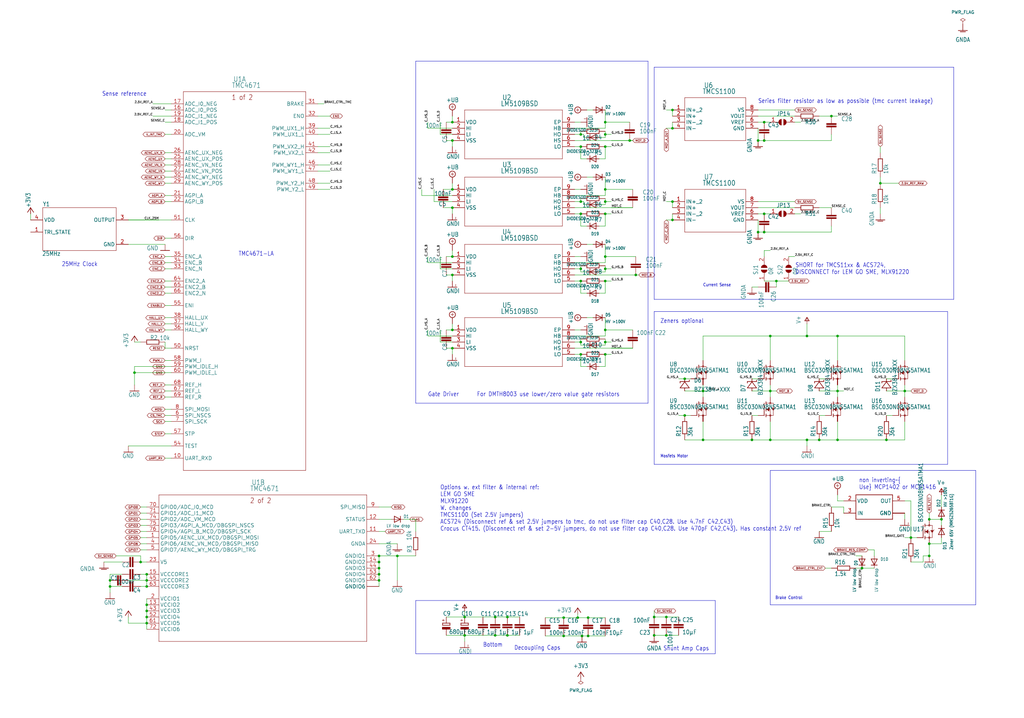
<source format=kicad_sch>
(kicad_sch
	(version 20250114)
	(generator "eeschema")
	(generator_version "9.0")
	(uuid "bf3e5894-6345-467b-b671-81e3583a96d0")
	(paper "User" 425.45 298.602)
	
	(text "Brake Control"
		(exclude_from_sim no)
		(at 322.072 249.428 0)
		(effects
			(font
				(size 1.27 1.0795)
			)
			(justify left bottom)
		)
		(uuid "00ecdc6f-9ce2-4ca6-8e84-ed99b1d1a5ae")
	)
	(text "Series filter resistor as low as possible (tmc current leakage)"
		(exclude_from_sim no)
		(at 314.96 43.18 0)
		(effects
			(font
				(size 1.778 1.5113)
			)
			(justify left bottom)
		)
		(uuid "0d17847c-bdb1-489f-9194-1a6ce82774f6")
	)
	(text "Gate Driver"
		(exclude_from_sim no)
		(at 177.8 165.1 0)
		(effects
			(font
				(size 1.778 1.5113)
			)
			(justify left bottom)
		)
		(uuid "3d7f2966-458b-4088-be8f-7df7c1c4341e")
	)
	(text "Options w. ext filter & internal ref:\nLEM GO SME\nMLX91220\nW. changes\nTMCS1100 (Set 2.5V jumpers)\nACS724 (Disconnect ref & set 2.5V jumpers to tmc, do not use filter cap C40,C28. Use 4.7nF C42,C43)\nCrocus CT415. (Disconnect ref & set 2-5V jumpers, do not use filter cap C40,C28. Use 470pF C42,C43). Has constant 2.5V ref~{}"
		(exclude_from_sim no)
		(at 182.88 220.98 0)
		(effects
			(font
				(size 1.778 1.5113)
			)
			(justify left bottom)
		)
		(uuid "430e25a1-bf5a-46be-a97d-9157452a8cfa")
	)
	(text "Bottom"
		(exclude_from_sim no)
		(at 200.66 269.24 0)
		(effects
			(font
				(size 1.778 1.5113)
			)
			(justify left bottom)
		)
		(uuid "560316d3-bd37-42d6-be37-2379d8c1127f")
	)
	(text "TMC4671-LA"
		(exclude_from_sim no)
		(at 99.06 106.68 0)
		(effects
			(font
				(size 1.778 1.5113)
			)
			(justify left bottom)
		)
		(uuid "79863b0f-8518-4192-8eaa-d9352c4663dd")
	)
	(text "25MHz Clock"
		(exclude_from_sim no)
		(at 25.654 110.998 0)
		(effects
			(font
				(size 1.778 1.5113)
			)
			(justify left bottom)
		)
		(uuid "8105dc39-b78d-40b6-815b-5ce22e43e644")
	)
	(text "non inverting~{\nUse} MCP1402 or MCP1416"
		(exclude_from_sim no)
		(at 356.87 203.708 0)
		(effects
			(font
				(size 1.778 1.5113)
			)
			(justify left bottom)
		)
		(uuid "82b550b5-ca97-4981-ad02-529bb7578005")
	)
	(text "Zeners optional"
		(exclude_from_sim no)
		(at 274.32 134.62 0)
		(effects
			(font
				(size 1.778 1.5113)
			)
			(justify left bottom)
		)
		(uuid "94e78267-3e1f-4ad2-8696-132ebb74f2f5")
	)
	(text "Shunt Amp Caps"
		(exclude_from_sim no)
		(at 275.59 270.764 0)
		(effects
			(font
				(size 1.778 1.5113)
			)
			(justify left bottom)
		)
		(uuid "9db88eb3-4cc7-4d60-b633-02757a88e6d9")
	)
	(text "Decoupling Caps"
		(exclude_from_sim no)
		(at 213.614 270.51 0)
		(effects
			(font
				(size 1.778 1.5113)
			)
			(justify left bottom)
		)
		(uuid "a6a7681f-9bf9-44eb-a0f8-e599e64ea64d")
	)
	(text "Mosfets Motor"
		(exclude_from_sim no)
		(at 274.32 190.5 0)
		(effects
			(font
				(size 1.27 1.0795)
			)
			(justify left bottom)
		)
		(uuid "b90562c3-9b01-48ca-8d65-3e311557017c")
	)
	(text "For DMTH8003 use lower/zero value gate resistors"
		(exclude_from_sim no)
		(at 198.12 165.1 0)
		(effects
			(font
				(size 1.778 1.5113)
			)
			(justify left bottom)
		)
		(uuid "c6509bbf-7ad3-4a84-90c1-e770e4ee555f")
	)
	(text "Sense reference"
		(exclude_from_sim no)
		(at 60.96 38.1 0)
		(effects
			(font
				(size 1.778 1.5113)
			)
			(justify right top)
		)
		(uuid "da12a43f-bdbf-4c36-a43f-367172dae8b0")
	)
	(text "Current Sense"
		(exclude_from_sim no)
		(at 292.1 119.38 0)
		(effects
			(font
				(size 1.27 1.0795)
			)
			(justify left bottom)
		)
		(uuid "ea3c590b-d528-418c-850f-ead21cee4fd4")
	)
	(text "SHORT for TMCS11xx & ACS724,\nDISCONNECT for LEM GO SME, MLX91220"
		(exclude_from_sim no)
		(at 330.454 114.3 0)
		(effects
			(font
				(size 1.778 1.5113)
			)
			(justify left bottom)
		)
		(uuid "fda36183-501e-4c0f-9d75-d56e88c2b62a")
	)
	(junction
		(at 193.04 264.16)
		(diameter 0)
		(color 0 0 0 0)
		(uuid "0036494e-a579-4125-b90e-98dadbdb6feb")
	)
	(junction
		(at 157.48 233.68)
		(diameter 0)
		(color 0 0 0 0)
		(uuid "00c80b2e-df59-4eb8-b46d-0ddaa74027ff")
	)
	(junction
		(at 251.46 60.96)
		(diameter 0)
		(color 0 0 0 0)
		(uuid "01a43f39-335f-465b-8955-1a0138bc41df")
	)
	(junction
		(at 322.58 116.84)
		(diameter 0)
		(color 0 0 0 0)
		(uuid "024251e1-edde-40a8-b267-d9944cf6319f")
	)
	(junction
		(at 347.98 182.88)
		(diameter 0)
		(color 0 0 0 0)
		(uuid "024d42c8-b22a-468f-93cf-8a534efcb7be")
	)
	(junction
		(at 187.96 114.3)
		(diameter 0)
		(color 0 0 0 0)
		(uuid "060da21f-e8b6-4fdf-9392-30b2609fd314")
	)
	(junction
		(at 45.72 243.84)
		(diameter 0)
		(color 0 0 0 0)
		(uuid "08440c1e-1b1b-4d09-af63-91f74818a406")
	)
	(junction
		(at 375.92 162.56)
		(diameter 0)
		(color 0 0 0 0)
		(uuid "0d88faf6-6509-4df6-9d42-409422505d03")
	)
	(junction
		(at 234.188 256.794)
		(diameter 0)
		(color 0 0 0 0)
		(uuid "105eed48-4f2a-4686-b658-9b495b8e92aa")
	)
	(junction
		(at 279.4 45.72)
		(diameter 0)
		(color 0 0 0 0)
		(uuid "11478e67-180e-414b-bf4c-8e05a94a23bf")
	)
	(junction
		(at 320.04 139.7)
		(diameter 0)
		(color 0 0 0 0)
		(uuid "124f0dde-264e-4e7e-96b7-8ce38555b086")
	)
	(junction
		(at 335.28 182.88)
		(diameter 0)
		(color 0 0 0 0)
		(uuid "1303ddf7-9adf-4150-aade-f819a84b6f95")
	)
	(junction
		(at 187.96 58.42)
		(diameter 0)
		(color 0 0 0 0)
		(uuid "1413821f-44e5-4423-826b-b0cb52dd6cc8")
	)
	(junction
		(at 187.96 86.36)
		(diameter 0)
		(color 0 0 0 0)
		(uuid "142a6c78-e665-4907-97a5-4a123b90922c")
	)
	(junction
		(at 320.04 162.56)
		(diameter 0)
		(color 0 0 0 0)
		(uuid "16774827-18d7-4041-a928-6d7777db0adf")
	)
	(junction
		(at 251.46 147.32)
		(diameter 0)
		(color 0 0 0 0)
		(uuid "195d9436-9d81-46b6-bc56-e442a7a708e4")
	)
	(junction
		(at 193.04 256.54)
		(diameter 0)
		(color 0 0 0 0)
		(uuid "1b3d1328-b886-4f51-afc6-984cc434931d")
	)
	(junction
		(at 60.96 243.84)
		(diameter 0)
		(color 0 0 0 0)
		(uuid "21c58f2c-e2c1-44f9-a727-49ddb797275b")
	)
	(junction
		(at 251.46 106.68)
		(diameter 0)
		(color 0 0 0 0)
		(uuid "26241ffb-a4c2-4c55-a31f-2a0912b1326e")
	)
	(junction
		(at 317.5 50.8)
		(diameter 0)
		(color 0 0 0 0)
		(uuid "2a2b5bb4-6c55-42d7-8368-c3d8af80b418")
	)
	(junction
		(at 335.28 139.7)
		(diameter 0)
		(color 0 0 0 0)
		(uuid "2a689c8e-0562-49a4-92d4-00e24ec34dcd")
	)
	(junction
		(at 60.96 256.54)
		(diameter 0)
		(color 0 0 0 0)
		(uuid "2b3b7cee-f0fb-426e-b77d-a7d29a1fdeb3")
	)
	(junction
		(at 165.1 231.14)
		(diameter 0)
		(color 0 0 0 0)
		(uuid "2b62bd6a-a0e8-4a7c-9fba-dd9e878d76c2")
	)
	(junction
		(at 187.96 78.74)
		(diameter 0)
		(color 0 0 0 0)
		(uuid "2c61c23c-b937-41e1-a069-596977c93103")
	)
	(junction
		(at 241.3 88.9)
		(diameter 0)
		(color 0 0 0 0)
		(uuid "3209cc3d-c17e-4437-8308-482801ad36a9")
	)
	(junction
		(at 157.48 241.3)
		(diameter 0)
		(color 0 0 0 0)
		(uuid "33611268-b60b-4016-982a-470897dede15")
	)
	(junction
		(at 205.74 264.16)
		(diameter 0)
		(color 0 0 0 0)
		(uuid "3a329889-1ae1-4ffa-930f-e96668a3ec0a")
	)
	(junction
		(at 292.1 182.88)
		(diameter 0)
		(color 0 0 0 0)
		(uuid "40271084-8fbf-47ce-b06f-bc0d83347ff9")
	)
	(junction
		(at 386.08 215.9)
		(diameter 0)
		(color 0 0 0 0)
		(uuid "428be59e-d2c2-4055-b5eb-f82af773603c")
	)
	(junction
		(at 60.96 238.76)
		(diameter 0)
		(color 0 0 0 0)
		(uuid "42c3edef-68ab-4dd1-9927-a66e6872ed08")
	)
	(junction
		(at 340.36 182.88)
		(diameter 0)
		(color 0 0 0 0)
		(uuid "46aed03f-0a74-4988-8287-38e130933720")
	)
	(junction
		(at 251.46 50.8)
		(diameter 0)
		(color 0 0 0 0)
		(uuid "46e3e1e8-cd3f-4f7a-96ca-e3b8b9b467e0")
	)
	(junction
		(at 187.96 137.16)
		(diameter 0)
		(color 0 0 0 0)
		(uuid "47dbb05d-3ae6-4b98-9ae2-6a3c733dea39")
	)
	(junction
		(at 284.48 172.72)
		(diameter 0)
		(color 0 0 0 0)
		(uuid "4d7936d6-e1b3-4874-9d53-ca4729188f0e")
	)
	(junction
		(at 60.96 259.08)
		(diameter 0)
		(color 0 0 0 0)
		(uuid "52910e08-8f8b-4241-a6fb-38bd3df69d97")
	)
	(junction
		(at 317.5 88.9)
		(diameter 0)
		(color 0 0 0 0)
		(uuid "551caa83-516a-4b4d-8bd5-a285cd4a2898")
	)
	(junction
		(at 386.08 226.06)
		(diameter 0)
		(color 0 0 0 0)
		(uuid "55aa5b0c-14d2-4063-b349-acced83f24b3")
	)
	(junction
		(at 279.4 91.44)
		(diameter 0)
		(color 0 0 0 0)
		(uuid "57cb7572-70f7-485c-9d07-f3d3a481e7bd")
	)
	(junction
		(at 187.96 50.8)
		(diameter 0)
		(color 0 0 0 0)
		(uuid "599f3953-4d3a-45fe-a2dd-5e8d594c5325")
	)
	(junction
		(at 205.74 256.54)
		(diameter 0)
		(color 0 0 0 0)
		(uuid "5a4849d7-a694-4187-83fc-dba6c2cfa041")
	)
	(junction
		(at 276.86 256.54)
		(diameter 0)
		(color 0 0 0 0)
		(uuid "5c9cec4d-d9ae-4ee6-9060-1858741f8d18")
	)
	(junction
		(at 284.48 157.48)
		(diameter 0)
		(color 0 0 0 0)
		(uuid "5f368a6b-e3c0-4cb1-b933-705d8e720c50")
	)
	(junction
		(at 292.1 162.56)
		(diameter 0)
		(color 0 0 0 0)
		(uuid "618d0d02-ed76-4c7c-ba2c-10bec93994f3")
	)
	(junction
		(at 157.48 238.76)
		(diameter 0)
		(color 0 0 0 0)
		(uuid "622b8970-63e0-4e62-9b95-56e5b22c727c")
	)
	(junction
		(at 251.46 78.74)
		(diameter 0)
		(color 0 0 0 0)
		(uuid "628a2bbc-46f7-4dd4-92cd-ee80341b1b65")
	)
	(junction
		(at 365.76 76.2)
		(diameter 0)
		(color 0 0 0 0)
		(uuid "653019e0-8b68-420a-b738-fc2f6d63304e")
	)
	(junction
		(at 187.96 144.78)
		(diameter 0)
		(color 0 0 0 0)
		(uuid "65dffa4b-ca40-4d95-a7a8-888832893f7c")
	)
	(junction
		(at 60.96 254)
		(diameter 0)
		(color 0 0 0 0)
		(uuid "704f759f-9aef-4227-bb0a-1c809dce9423")
	)
	(junction
		(at 210.82 264.16)
		(diameter 0)
		(color 0 0 0 0)
		(uuid "7cf06c62-43a2-428f-9b44-22e9778e7926")
	)
	(junction
		(at 347.98 139.7)
		(diameter 0)
		(color 0 0 0 0)
		(uuid "8252fdae-5644-4f54-b04b-184410fca4af")
	)
	(junction
		(at 317.5 96.52)
		(diameter 0)
		(color 0 0 0 0)
		(uuid "83bb9988-4f7d-4818-b37c-603913973a70")
	)
	(junction
		(at 312.42 182.88)
		(diameter 0)
		(color 0 0 0 0)
		(uuid "8460cc9f-f9cb-47d2-aa2e-eafc2dbe3471")
	)
	(junction
		(at 251.46 88.9)
		(diameter 0)
		(color 0 0 0 0)
		(uuid "8a67ff21-fb33-415c-a589-0a91293e749d")
	)
	(junction
		(at 386.08 231.14)
		(diameter 0)
		(color 0 0 0 0)
		(uuid "8a6a8053-bc5f-4d0c-b835-738c5f68245c")
	)
	(junction
		(at 261.62 58.42)
		(diameter 0)
		(color 0 0 0 0)
		(uuid "8b3e978b-d4c1-436c-8e4b-326a70bff665")
	)
	(junction
		(at 55.88 154.94)
		(diameter 0)
		(color 0 0 0 0)
		(uuid "8c0bccfe-45e4-4bc5-b0a0-658f5a2a9478")
	)
	(junction
		(at 241.3 111.76)
		(diameter 0)
		(color 0 0 0 0)
		(uuid "92b7279e-e525-429d-91b7-be12d0ebc875")
	)
	(junction
		(at 276.86 264.16)
		(diameter 0)
		(color 0 0 0 0)
		(uuid "957d887c-d38b-4ce3-88d5-c82956894374")
	)
	(junction
		(at 345.44 48.26)
		(diameter 0)
		(color 0 0 0 0)
		(uuid "96f2eb58-a49e-4218-a3b8-57ee191162c5")
	)
	(junction
		(at 210.82 256.54)
		(diameter 0)
		(color 0 0 0 0)
		(uuid "97d2b878-e065-4e90-9c04-45cf679e0767")
	)
	(junction
		(at 314.96 96.52)
		(diameter 0)
		(color 0 0 0 0)
		(uuid "9b3f8cb8-e59f-47d4-8557-5de0b6b19ba4")
	)
	(junction
		(at 378.46 223.52)
		(diameter 0)
		(color 0 0 0 0)
		(uuid "9f18fc77-e62b-48a9-bafb-2d4d95716b2f")
	)
	(junction
		(at 60.96 251.46)
		(diameter 0)
		(color 0 0 0 0)
		(uuid "9f4cc295-cd5c-408f-a5f4-2a706fd305b9")
	)
	(junction
		(at 264.16 114.3)
		(diameter 0)
		(color 0 0 0 0)
		(uuid "a0b3fd09-7527-4094-9221-a8f42ce99785")
	)
	(junction
		(at 391.16 215.9)
		(diameter 0)
		(color 0 0 0 0)
		(uuid "a157e60d-a85b-4f22-8e44-a647ac21670d")
	)
	(junction
		(at 241.3 116.84)
		(diameter 0)
		(color 0 0 0 0)
		(uuid "a52f1c5b-6120-4b81-8593-c5c160a2ceff")
	)
	(junction
		(at 241.3 83.82)
		(diameter 0)
		(color 0 0 0 0)
		(uuid "a677f9a5-179b-476c-841e-f5c84a93cca9")
	)
	(junction
		(at 251.46 83.82)
		(diameter 0)
		(color 0 0 0 0)
		(uuid "a94998b4-0bb0-42ad-8971-28a7ae4bec4d")
	)
	(junction
		(at 240.03 256.794)
		(diameter 0)
		(color 0 0 0 0)
		(uuid "aa5bdffc-cbbc-4f2f-8d49-ab385083d80d")
	)
	(junction
		(at 187.96 106.68)
		(diameter 0)
		(color 0 0 0 0)
		(uuid "abb5e864-165c-446a-923d-b4ba9d233681")
	)
	(junction
		(at 241.3 147.32)
		(diameter 0)
		(color 0 0 0 0)
		(uuid "aee2f736-4bab-442d-ae76-85d12d462959")
	)
	(junction
		(at 271.78 264.16)
		(diameter 0)
		(color 0 0 0 0)
		(uuid "b0529480-688a-4129-ae65-13538e77f860")
	)
	(junction
		(at 60.96 241.3)
		(diameter 0)
		(color 0 0 0 0)
		(uuid "b5783ba2-2879-4dce-9794-2cf8499106bf")
	)
	(junction
		(at 358.14 236.22)
		(diameter 0)
		(color 0 0 0 0)
		(uuid "b89dd8e2-dc22-409c-bdcd-4bda84c3dc96")
	)
	(junction
		(at 251.46 116.84)
		(diameter 0)
		(color 0 0 0 0)
		(uuid "c2d4cd92-ba0f-482d-8280-25844d77a868")
	)
	(junction
		(at 317.5 58.42)
		(diameter 0)
		(color 0 0 0 0)
		(uuid "c3102d3c-07ba-46ec-852f-be6b34406650")
	)
	(junction
		(at 157.48 231.14)
		(diameter 0)
		(color 0 0 0 0)
		(uuid "c43cad08-9734-458c-82cf-b507997c56d8")
	)
	(junction
		(at 320.04 182.88)
		(diameter 0)
		(color 0 0 0 0)
		(uuid "cee30e5c-835e-4715-832d-ebfc7c783189")
	)
	(junction
		(at 251.46 55.88)
		(diameter 0)
		(color 0 0 0 0)
		(uuid "d46f7576-0370-4eb0-8a7a-de77f95a5134")
	)
	(junction
		(at 58.42 233.68)
		(diameter 0)
		(color 0 0 0 0)
		(uuid "d670d0ec-b5a2-49c4-ac47-61eab0996685")
	)
	(junction
		(at 271.78 256.54)
		(diameter 0)
		(color 0 0 0 0)
		(uuid "d9412d9d-5679-4d0c-8869-cdb238a52443")
	)
	(junction
		(at 241.3 60.96)
		(diameter 0)
		(color 0 0 0 0)
		(uuid "df139927-071f-4683-b4a3-eac70e9afb59")
	)
	(junction
		(at 244.348 256.794)
		(diameter 0)
		(color 0 0 0 0)
		(uuid "e34f5023-6dda-4a2e-a719-b0081a6a1851")
	)
	(junction
		(at 45.72 241.3)
		(diameter 0)
		(color 0 0 0 0)
		(uuid "e363e787-1c33-46fc-ab66-5898243c9615")
	)
	(junction
		(at 314.96 58.42)
		(diameter 0)
		(color 0 0 0 0)
		(uuid "e3cd7482-af5a-4357-ae52-a3fbcd1e2bc0")
	)
	(junction
		(at 157.48 236.22)
		(diameter 0)
		(color 0 0 0 0)
		(uuid "e58aa438-f36f-4984-98f6-2ed3f53158a9")
	)
	(junction
		(at 244.348 264.414)
		(diameter 0)
		(color 0 0 0 0)
		(uuid "e8749f93-8dca-42aa-9f74-96a83df1f920")
	)
	(junction
		(at 241.808 264.414)
		(diameter 0)
		(color 0 0 0 0)
		(uuid "eab92af4-4798-417e-b728-ad5a9d8398c0")
	)
	(junction
		(at 279.4 53.34)
		(diameter 0)
		(color 0 0 0 0)
		(uuid "eab93512-0fb5-455b-9b14-44bb3298bc6d")
	)
	(junction
		(at 234.188 264.414)
		(diameter 0)
		(color 0 0 0 0)
		(uuid "ecc5fbfe-c254-4361-96ad-ed65f2e6e477")
	)
	(junction
		(at 279.4 83.82)
		(diameter 0)
		(color 0 0 0 0)
		(uuid "ecc6aae6-85d0-4b5a-886e-3f9e57ab1623")
	)
	(junction
		(at 251.46 111.76)
		(diameter 0)
		(color 0 0 0 0)
		(uuid "ed276807-dc9e-4046-ac32-f64699ede784")
	)
	(junction
		(at 241.3 142.24)
		(diameter 0)
		(color 0 0 0 0)
		(uuid "ee8f73a9-ecce-48b5-993a-70b45b15b26e")
	)
	(junction
		(at 368.3 182.88)
		(diameter 0)
		(color 0 0 0 0)
		(uuid "f12d221b-3a68-49b5-a77f-c75d9180ed30")
	)
	(junction
		(at 347.98 162.56)
		(diameter 0)
		(color 0 0 0 0)
		(uuid "f1c7d981-3005-4e6f-abb4-26fb3ff7b6d5")
	)
	(junction
		(at 251.46 142.24)
		(diameter 0)
		(color 0 0 0 0)
		(uuid "f9368ba5-8c30-4662-b33f-0ec2d0750021")
	)
	(junction
		(at 241.3 55.88)
		(diameter 0)
		(color 0 0 0 0)
		(uuid "fb3ac2a4-35a7-419c-96f5-ed606d9fe7f0")
	)
	(junction
		(at 251.46 137.16)
		(diameter 0)
		(color 0 0 0 0)
		(uuid "fdae8c00-db4a-4125-8ba5-14b72f2c4500")
	)
	(wire
		(pts
			(xy 378.46 223.52) (xy 375.92 223.52)
		)
		(stroke
			(width 0.1524)
			(type solid)
		)
		(uuid "002bd728-91da-46c3-a9d5-63928823295a")
	)
	(wire
		(pts
			(xy 71.12 127) (xy 68.58 127)
		)
		(stroke
			(width 0.1524)
			(type solid)
		)
		(uuid "00792a98-3022-4825-b516-afc78dd31a63")
	)
	(wire
		(pts
			(xy 50.8 243.84) (xy 45.72 243.84)
		)
		(stroke
			(width 0.1524)
			(type solid)
		)
		(uuid "00a74a65-7588-435f-835d-02712655038c")
	)
	(wire
		(pts
			(xy 241.3 140.97) (xy 241.3 142.24)
		)
		(stroke
			(width 0)
			(type default)
		)
		(uuid "0140627c-07af-4c8b-b2c5-149422c5c555")
	)
	(wire
		(pts
			(xy 132.08 55.88) (xy 137.16 55.88)
		)
		(stroke
			(width 0.1524)
			(type solid)
		)
		(uuid "01e63718-7ff3-41a8-b11a-01049c2d8cda")
	)
	(wire
		(pts
			(xy 157.48 231.14) (xy 165.1 231.14)
		)
		(stroke
			(width 0.1524)
			(type solid)
		)
		(uuid "021db6b1-d9ee-4c66-ab84-af2f63160d5f")
	)
	(wire
		(pts
			(xy 157.48 233.68) (xy 157.48 231.14)
		)
		(stroke
			(width 0.1524)
			(type solid)
		)
		(uuid "0306cb3f-2142-4cfc-a436-c1a70e95baa8")
	)
	(wire
		(pts
			(xy 347.98 48.26) (xy 345.44 48.26)
		)
		(stroke
			(width 0.1524)
			(type solid)
		)
		(uuid "04399a8c-1319-4774-9310-5a6d3373641b")
	)
	(wire
		(pts
			(xy 244.348 256.794) (xy 251.46 256.794)
		)
		(stroke
			(width 0.1524)
			(type solid)
		)
		(uuid "0472331c-34aa-4dc1-96c7-1bfbd0d07492")
	)
	(wire
		(pts
			(xy 279.4 45.72) (xy 276.86 45.72)
		)
		(stroke
			(width 0.1524)
			(type solid)
		)
		(uuid "0553252f-f74c-49a7-812b-f9ee3f7882da")
	)
	(wire
		(pts
			(xy 241.3 143.51) (xy 241.3 142.24)
		)
		(stroke
			(width 0.1524)
			(type solid)
		)
		(uuid "079b5409-f507-4733-81f6-328e69834d9e")
	)
	(wire
		(pts
			(xy 244.348 264.414) (xy 251.46 264.414)
		)
		(stroke
			(width 0.1524)
			(type solid)
		)
		(uuid "08846cdb-aa77-4e94-9619-756e7061f086")
	)
	(wire
		(pts
			(xy 335.28 139.7) (xy 335.28 134.62)
		)
		(stroke
			(width 0.1524)
			(type solid)
		)
		(uuid "09d2cef7-3f0f-4f86-957d-5165ccc2184f")
	)
	(wire
		(pts
			(xy 241.3 116.84) (xy 238.76 116.84)
		)
		(stroke
			(width 0.1524)
			(type solid)
		)
		(uuid "0a324176-d2e6-4f75-8a02-60b39d94ee63")
	)
	(wire
		(pts
			(xy 347.98 149.86) (xy 347.98 139.7)
		)
		(stroke
			(width 0.1524)
			(type solid)
		)
		(uuid "0abe9ef4-8b91-41cc-9775-c38ffde8de6d")
	)
	(wire
		(pts
			(xy 58.42 233.68) (xy 58.42 231.14)
		)
		(stroke
			(width 0.1524)
			(type solid)
		)
		(uuid "0ae47f01-41e6-48f7-810b-643a8c8c3b72")
	)
	(wire
		(pts
			(xy 193.04 266.7) (xy 193.04 264.16)
		)
		(stroke
			(width 0.1524)
			(type solid)
		)
		(uuid "0d46f335-1f63-427b-8265-af2783754421")
	)
	(wire
		(pts
			(xy 71.12 68.58) (xy 68.58 68.58)
		)
		(stroke
			(width 0.1524)
			(type solid)
		)
		(uuid "0dd5c3b0-682a-4be6-ae71-3b4ba7d01ec7")
	)
	(wire
		(pts
			(xy 60.96 241.3) (xy 60.96 243.84)
		)
		(stroke
			(width 0.1524)
			(type solid)
		)
		(uuid "0e4254e2-7858-41cb-a537-b264499f1958")
	)
	(polyline
		(pts
			(xy 271.78 124.46) (xy 396.24 124.46)
		)
		(stroke
			(width 0.1524)
			(type solid)
		)
		(uuid "0e892703-59cd-471a-9fed-56a1de021dc1")
	)
	(wire
		(pts
			(xy 248.92 152.4) (xy 251.46 152.4)
		)
		(stroke
			(width 0.1524)
			(type solid)
		)
		(uuid "0f237859-4d55-4068-8f51-1de59caf5382")
	)
	(wire
		(pts
			(xy 243.84 113.03) (xy 241.3 113.03)
		)
		(stroke
			(width 0.1524)
			(type solid)
		)
		(uuid "0fdd76b1-49d3-4ed7-bf51-e270c764b48d")
	)
	(wire
		(pts
			(xy 157.48 241.3) (xy 157.48 238.76)
		)
		(stroke
			(width 0.1524)
			(type solid)
		)
		(uuid "10ab804a-a9c0-4d10-82e5-61d50e5fb41b")
	)
	(wire
		(pts
			(xy 226.568 256.794) (xy 234.188 256.794)
		)
		(stroke
			(width 0.1524)
			(type solid)
		)
		(uuid "10af8ed9-48a1-443f-aaf1-6927037606f3")
	)
	(wire
		(pts
			(xy 238.76 86.36) (xy 262.89 86.36)
		)
		(stroke
			(width 0.1524)
			(type solid)
		)
		(uuid "122d744b-23aa-48a9-a63c-bcc488bb2545")
	)
	(wire
		(pts
			(xy 375.92 162.56) (xy 378.46 162.56)
		)
		(stroke
			(width 0.1524)
			(type solid)
		)
		(uuid "1282393e-7968-463f-b71d-c1c4fefeef06")
	)
	(wire
		(pts
			(xy 386.08 215.9) (xy 391.16 215.9)
		)
		(stroke
			(width 0.1524)
			(type solid)
		)
		(uuid "12c86425-2ecc-494a-83c4-54f0533d3a03")
	)
	(wire
		(pts
			(xy 180.34 83.82) (xy 180.34 78.74)
		)
		(stroke
			(width 0.1524)
			(type solid)
		)
		(uuid "12cf9e1e-7f30-4956-a311-fed2e3299084")
	)
	(wire
		(pts
			(xy 187.96 78.74) (xy 187.96 76.2)
		)
		(stroke
			(width 0.1524)
			(type solid)
		)
		(uuid "12d1ee97-b11f-4491-87ca-0e39c3e0ae48")
	)
	(wire
		(pts
			(xy 243.84 57.15) (xy 242.57 57.15)
		)
		(stroke
			(width 0.1524)
			(type solid)
		)
		(uuid "13fac01f-adf9-427d-9e89-964057f0ee6a")
	)
	(wire
		(pts
			(xy 320.04 162.56) (xy 320.04 165.1)
		)
		(stroke
			(width 0.1524)
			(type solid)
		)
		(uuid "167158b2-4da8-4a74-abf5-c81f4db49f5a")
	)
	(wire
		(pts
			(xy 241.3 83.82) (xy 238.76 83.82)
		)
		(stroke
			(width 0.1524)
			(type solid)
		)
		(uuid "17122718-00ce-4fc6-bad5-6d5f65b3eb25")
	)
	(polyline
		(pts
			(xy 271.78 129.54) (xy 393.7 129.54)
		)
		(stroke
			(width 0.1524)
			(type solid)
		)
		(uuid "17c02c4a-13e1-4e76-aa20-8c19a3ea2d2d")
	)
	(wire
		(pts
			(xy 71.12 111.76) (xy 68.58 111.76)
		)
		(stroke
			(width 0.1524)
			(type solid)
		)
		(uuid "1a29df34-9878-439a-ba52-76bc4eccce15")
	)
	(wire
		(pts
			(xy 177.8 109.22) (xy 177.8 106.68)
		)
		(stroke
			(width 0.1524)
			(type solid)
		)
		(uuid "1b692d77-5087-4740-b147-bedff4483427")
	)
	(wire
		(pts
			(xy 251.46 143.51) (xy 251.46 142.24)
		)
		(stroke
			(width 0.1524)
			(type solid)
		)
		(uuid "1b784d9f-6224-4579-aee1-7a0373de27bd")
	)
	(wire
		(pts
			(xy 50.8 233.68) (xy 43.18 233.68)
		)
		(stroke
			(width 0.1524)
			(type solid)
		)
		(uuid "1c620abd-a9b8-488d-ac70-b897ca4b2bf4")
	)
	(wire
		(pts
			(xy 241.3 152.4) (xy 241.3 147.32)
		)
		(stroke
			(width 0.1524)
			(type solid)
		)
		(uuid "1cae82f5-1a0d-4342-8094-5c16570044e0")
	)
	(polyline
		(pts
			(xy 172.72 271.78) (xy 172.72 249.682)
		)
		(stroke
			(width 0.1524)
			(type solid)
		)
		(uuid "1daa9aa1-8471-488d-b76f-96ff17bf5377")
	)
	(wire
		(pts
			(xy 292.1 162.56) (xy 292.1 165.1)
		)
		(stroke
			(width 0.1524)
			(type solid)
		)
		(uuid "1f91e315-cb0d-44e2-bfde-96c4874072de")
	)
	(wire
		(pts
			(xy 157.48 243.84) (xy 157.48 241.3)
		)
		(stroke
			(width 0.1524)
			(type solid)
		)
		(uuid "1f9cc273-e4a8-466d-ac1e-22e0e2720f75")
	)
	(wire
		(pts
			(xy 71.12 45.72) (xy 68.58 45.72)
		)
		(stroke
			(width 0.1524)
			(type solid)
		)
		(uuid "20b505eb-dbd2-4948-8de9-3e792d998d92")
	)
	(wire
		(pts
			(xy 45.72 238.76) (xy 50.8 238.76)
		)
		(stroke
			(width 0.1524)
			(type solid)
		)
		(uuid "20da551c-4fb8-4307-9c1d-298e3f9cfeca")
	)
	(wire
		(pts
			(xy 279.4 83.82) (xy 279.4 86.36)
		)
		(stroke
			(width 0.1524)
			(type solid)
		)
		(uuid "2108eff1-6589-4e64-b503-489d66b332ad")
	)
	(wire
		(pts
			(xy 60.96 259.08) (xy 60.96 256.54)
		)
		(stroke
			(width 0.1524)
			(type solid)
		)
		(uuid "21152bed-5996-42c7-b062-42cb4d5730ff")
	)
	(wire
		(pts
			(xy 375.92 162.56) (xy 375.92 165.1)
		)
		(stroke
			(width 0.1524)
			(type solid)
		)
		(uuid "21cb9dc2-0563-4cf9-a32b-355ede93679e")
	)
	(wire
		(pts
			(xy 71.12 48.26) (xy 63.5 48.26)
		)
		(stroke
			(width 0.1524)
			(type solid)
		)
		(uuid "22bf7712-aca6-4758-a1a2-e72115961b27")
	)
	(wire
		(pts
			(xy 234.188 264.414) (xy 241.808 264.414)
		)
		(stroke
			(width 0.1524)
			(type solid)
		)
		(uuid "23148f4b-da46-465c-ab49-38f9a861da58")
	)
	(wire
		(pts
			(xy 71.12 165.1) (xy 68.58 165.1)
		)
		(stroke
			(width 0.1524)
			(type solid)
		)
		(uuid "23cfab24-897a-4d62-9ad8-15367f175ac7")
	)
	(wire
		(pts
			(xy 347.98 162.56) (xy 340.36 162.56)
		)
		(stroke
			(width 0.1524)
			(type solid)
		)
		(uuid "242174d2-369e-4360-a8e2-c188e60bf6f7")
	)
	(wire
		(pts
			(xy 292.1 182.88) (xy 312.42 182.88)
		)
		(stroke
			(width 0.1524)
			(type solid)
		)
		(uuid "246ada35-ada8-460b-9566-3fd452e2c554")
	)
	(wire
		(pts
			(xy 53.34 91.44) (xy 66.04 91.44)
		)
		(stroke
			(width 0)
			(type default)
		)
		(uuid "253e046d-8471-4dc6-8627-10b445f132c3")
	)
	(wire
		(pts
			(xy 248.92 66.04) (xy 251.46 66.04)
		)
		(stroke
			(width 0.1524)
			(type solid)
		)
		(uuid "25750215-91d9-4894-9784-7341ce85362e")
	)
	(wire
		(pts
			(xy 167.64 215.9) (xy 172.72 215.9)
		)
		(stroke
			(width 0.1524)
			(type solid)
		)
		(uuid "2a256cd5-985f-4c92-9458-680c0f26fb48")
	)
	(wire
		(pts
			(xy 177.8 53.34) (xy 177.8 50.8)
		)
		(stroke
			(width 0.1524)
			(type solid)
		)
		(uuid "2a3eca4f-3fa7-47ed-9b59-9670b1f5048c")
	)
	(wire
		(pts
			(xy 187.96 58.42) (xy 185.42 58.42)
		)
		(stroke
			(width 0.1524)
			(type solid)
		)
		(uuid "2acc149f-7901-434a-96e8-2ad560808dcb")
	)
	(polyline
		(pts
			(xy 393.7 193.04) (xy 271.78 193.04)
		)
		(stroke
			(width 0.1524)
			(type solid)
		)
		(uuid "2aea427d-41b1-48ad-aaa4-6230a1cacb57")
	)
	(wire
		(pts
			(xy 71.12 134.62) (xy 68.58 134.62)
		)
		(stroke
			(width 0.1524)
			(type solid)
		)
		(uuid "2b5e8296-8c5d-4d97-a9d0-e1ce9acee706")
	)
	(wire
		(pts
			(xy 241.3 113.03) (xy 241.3 111.76)
		)
		(stroke
			(width 0.1524)
			(type solid)
		)
		(uuid "2c4f6c3e-7971-4b2a-8b48-55666decb35a")
	)
	(wire
		(pts
			(xy 243.84 66.04) (xy 241.3 66.04)
		)
		(stroke
			(width 0.1524)
			(type solid)
		)
		(uuid "2dddff22-6eaf-43aa-a1da-c7893eff687f")
	)
	(wire
		(pts
			(xy 330.2 50.8) (xy 332.74 50.8)
		)
		(stroke
			(width 0.1524)
			(type solid)
		)
		(uuid "2e36204b-7dc9-4da3-b71b-be96ab8aaa98")
	)
	(wire
		(pts
			(xy 314.96 58.42) (xy 317.5 58.42)
		)
		(stroke
			(width 0.1524)
			(type solid)
		)
		(uuid "2e3a3686-10e4-4c94-b883-c1afd4dcd8ee")
	)
	(wire
		(pts
			(xy 248.92 93.98) (xy 251.46 93.98)
		)
		(stroke
			(width 0.1524)
			(type solid)
		)
		(uuid "2f03dc61-1c6c-4dc7-a208-8122227b5cbc")
	)
	(wire
		(pts
			(xy 71.12 63.5) (xy 68.58 63.5)
		)
		(stroke
			(width 0.1524)
			(type solid)
		)
		(uuid "2f91d26f-c16b-4097-b414-32cd1259cf8b")
	)
	(wire
		(pts
			(xy 335.28 182.88) (xy 335.28 185.42)
		)
		(stroke
			(width 0.1524)
			(type solid)
		)
		(uuid "3022838d-a532-4aaa-ad49-347a7c789b4f")
	)
	(wire
		(pts
			(xy 314.96 53.34) (xy 314.96 58.42)
		)
		(stroke
			(width 0.1524)
			(type solid)
		)
		(uuid "30e88f26-23dc-4fbb-917d-a1870ee342d5")
	)
	(wire
		(pts
			(xy 386.08 226.06) (xy 391.16 226.06)
		)
		(stroke
			(width 0.1524)
			(type solid)
		)
		(uuid "30ea8d57-ae94-403a-b9b1-aae84cab393f")
	)
	(wire
		(pts
			(xy 246.38 132.08) (xy 243.84 132.08)
		)
		(stroke
			(width 0.1524)
			(type solid)
		)
		(uuid "315784b5-dd7b-49d2-8b95-a79dc2dd1a16")
	)
	(wire
		(pts
			(xy 134.62 43.18) (xy 132.08 43.18)
		)
		(stroke
			(width 0.1524)
			(type solid)
		)
		(uuid "31c63d52-b72d-4e53-8845-addaa84897e7")
	)
	(wire
		(pts
			(xy 241.3 142.24) (xy 238.76 142.24)
		)
		(stroke
			(width 0.1524)
			(type solid)
		)
		(uuid "32d86772-1799-40b7-9747-1ae50916e7b4")
	)
	(wire
		(pts
			(xy 60.96 243.84) (xy 58.42 243.84)
		)
		(stroke
			(width 0.1524)
			(type solid)
		)
		(uuid "332739b3-668d-4a91-bd5f-be5f518fb860")
	)
	(wire
		(pts
			(xy 314.96 172.72) (xy 312.42 172.72)
		)
		(stroke
			(width 0.1524)
			(type solid)
		)
		(uuid "335d955a-763b-44e5-bfc7-2a9e15426002")
	)
	(wire
		(pts
			(xy 71.12 175.26) (xy 68.58 175.26)
		)
		(stroke
			(width 0.1524)
			(type solid)
		)
		(uuid "339dea07-5bbe-41d2-a635-eea0edf8dfd1")
	)
	(wire
		(pts
			(xy 317.5 104.14) (xy 320.04 104.14)
		)
		(stroke
			(width 0.1524)
			(type solid)
		)
		(uuid "33d5b72b-684d-49fe-9d88-d77728f1f203")
	)
	(wire
		(pts
			(xy 317.5 106.68) (xy 317.5 104.14)
		)
		(stroke
			(width 0.1524)
			(type solid)
		)
		(uuid "34425f14-7a61-402f-bf25-d01f45f862fc")
	)
	(wire
		(pts
			(xy 262.89 144.78) (xy 254 144.78)
		)
		(stroke
			(width 0)
			(type default)
		)
		(uuid "353f1540-1cb4-4818-81b5-52b33f96834a")
	)
	(wire
		(pts
			(xy 292.1 162.56) (xy 284.48 162.56)
		)
		(stroke
			(width 0.1524)
			(type solid)
		)
		(uuid "35669077-aa2a-4ad7-a4a7-677ec3c6dfc7")
	)
	(wire
		(pts
			(xy 251.46 85.09) (xy 248.92 85.09)
		)
		(stroke
			(width 0.1524)
			(type solid)
		)
		(uuid "35899b46-69a3-4959-b408-2a3e91c00a72")
	)
	(wire
		(pts
			(xy 193.04 264.16) (xy 205.74 264.16)
		)
		(stroke
			(width 0.1524)
			(type solid)
		)
		(uuid "36c4a7a8-ea04-479f-85f9-b1175961a20e")
	)
	(wire
		(pts
			(xy 210.82 264.16) (xy 205.74 264.16)
		)
		(stroke
			(width 0.1524)
			(type solid)
		)
		(uuid "3725d120-d9a0-4d15-ac0e-b636894ad3d4")
	)
	(wire
		(pts
			(xy 248.92 113.03) (xy 251.46 113.03)
		)
		(stroke
			(width 0.1524)
			(type solid)
		)
		(uuid "39a5776a-d7b0-422f-aa44-4a88ecba416f")
	)
	(wire
		(pts
			(xy 241.3 111.76) (xy 238.76 111.76)
		)
		(stroke
			(width 0.1524)
			(type solid)
		)
		(uuid "3c61e796-68c4-49f5-bcfe-1c784746e847")
	)
	(wire
		(pts
			(xy 314.96 48.26) (xy 330.2 48.26)
		)
		(stroke
			(width 0.1524)
			(type solid)
		)
		(uuid "3cc4ea7d-94e5-4545-8f74-c0632bea8fe6")
	)
	(wire
		(pts
			(xy 327.66 106.68) (xy 330.2 106.68)
		)
		(stroke
			(width 0.1524)
			(type solid)
		)
		(uuid "3cc67e7a-1d1f-451b-9140-b1f96f962e1e")
	)
	(wire
		(pts
			(xy 335.28 182.88) (xy 340.36 182.88)
		)
		(stroke
			(width 0.1524)
			(type solid)
		)
		(uuid "3da56e67-52be-4c84-ae96-987b555aacb9")
	)
	(wire
		(pts
			(xy 314.96 119.38) (xy 312.42 119.38)
		)
		(stroke
			(width 0.1524)
			(type solid)
		)
		(uuid "3e66be0c-a7a9-4f22-af0e-2d192c398fb2")
	)
	(wire
		(pts
			(xy 340.36 182.88) (xy 347.98 182.88)
		)
		(stroke
			(width 0.1524)
			(type solid)
		)
		(uuid "400dfe24-a456-42c3-9771-9b61c3f00e20")
	)
	(wire
		(pts
			(xy 292.1 139.7) (xy 320.04 139.7)
		)
		(stroke
			(width 0.1524)
			(type solid)
		)
		(uuid "40b4ffab-9f36-4329-a09c-8e84df4b661c")
	)
	(wire
		(pts
			(xy 314.96 157.48) (xy 312.42 157.48)
		)
		(stroke
			(width 0.1524)
			(type solid)
		)
		(uuid "4152c8be-98db-41d9-8aa4-bbcb3371946d")
	)
	(wire
		(pts
			(xy 281.94 256.54) (xy 276.86 256.54)
		)
		(stroke
			(width 0.1524)
			(type solid)
		)
		(uuid "4162c350-3d8c-4bff-ab53-8afedff168b7")
	)
	(wire
		(pts
			(xy 347.98 162.56) (xy 350.52 162.56)
		)
		(stroke
			(width 0.1524)
			(type solid)
		)
		(uuid "41ae93eb-86ab-46ea-a933-b521d5bf74af")
	)
	(wire
		(pts
			(xy 248.92 121.92) (xy 251.46 121.92)
		)
		(stroke
			(width 0.1524)
			(type solid)
		)
		(uuid "41f47cf0-d87a-47a0-ac84-6c18b90490eb")
	)
	(wire
		(pts
			(xy 375.92 160.02) (xy 375.92 162.56)
		)
		(stroke
			(width 0.1524)
			(type solid)
		)
		(uuid "42098ccf-daa5-44fa-889a-dd1a32ee49d0")
	)
	(wire
		(pts
			(xy 243.84 152.4) (xy 241.3 152.4)
		)
		(stroke
			(width 0.1524)
			(type solid)
		)
		(uuid "432f608f-a6c3-4acf-a04c-e340bd5fecb4")
	)
	(wire
		(pts
			(xy 320.04 149.86) (xy 320.04 139.7)
		)
		(stroke
			(width 0.1524)
			(type solid)
		)
		(uuid "43b3edeb-a803-4869-bbda-2cca0c02590a")
	)
	(wire
		(pts
			(xy 60.96 228.6) (xy 58.42 228.6)
		)
		(stroke
			(width 0.1524)
			(type solid)
		)
		(uuid "44c648ff-ce76-46b1-be3e-f819f4381095")
	)
	(wire
		(pts
			(xy 327.66 116.84) (xy 322.58 116.84)
		)
		(stroke
			(width 0.1524)
			(type solid)
		)
		(uuid "46240761-b9e2-43bc-903d-045886f81850")
	)
	(wire
		(pts
			(xy 251.46 83.82) (xy 254 83.82)
		)
		(stroke
			(width 0.1524)
			(type solid)
		)
		(uuid "47a7adb2-ec22-4033-98fb-86397f21de7c")
	)
	(wire
		(pts
			(xy 347.98 162.56) (xy 347.98 165.1)
		)
		(stroke
			(width 0.1524)
			(type solid)
		)
		(uuid "47f63759-394d-4362-a293-a11ce05e41a2")
	)
	(wire
		(pts
			(xy 370.84 157.48) (xy 368.3 157.48)
		)
		(stroke
			(width 0.1524)
			(type solid)
		)
		(uuid "4886d38c-a934-4198-9962-18244f167d65")
	)
	(wire
		(pts
			(xy 251.46 140.97) (xy 251.46 142.24)
		)
		(stroke
			(width 0)
			(type default)
		)
		(uuid "49cc5378-d086-49b4-b816-c783cb13d23b")
	)
	(wire
		(pts
			(xy 347.98 182.88) (xy 368.3 182.88)
		)
		(stroke
			(width 0.1524)
			(type solid)
		)
		(uuid "49dfd6a6-4337-4098-b8a9-ee3333e8c10d")
	)
	(wire
		(pts
			(xy 132.08 78.74) (xy 137.16 78.74)
		)
		(stroke
			(width 0.1524)
			(type solid)
		)
		(uuid "49f1ee86-7471-4d99-9c8a-7cdfc906f532")
	)
	(wire
		(pts
			(xy 58.42 231.14) (xy 48.26 231.14)
		)
		(stroke
			(width 0.1524)
			(type solid)
		)
		(uuid "4a62e945-c2eb-443e-99fa-e8c204c1da37")
	)
	(wire
		(pts
			(xy 347.98 160.02) (xy 347.98 162.56)
		)
		(stroke
			(width 0.1524)
			(type solid)
		)
		(uuid "4ac2ecd8-c331-4f71-a73a-53535bb84408")
	)
	(wire
		(pts
			(xy 386.08 215.9) (xy 386.08 213.36)
		)
		(stroke
			(width 0.1524)
			(type solid)
		)
		(uuid "4c04506a-7383-4abb-a213-19a5000d6ad4")
	)
	(polyline
		(pts
			(xy 269.24 167.64) (xy 269.24 25.4)
		)
		(stroke
			(width 0.1524)
			(type solid)
		)
		(uuid "4ec19090-ef27-453f-9b9d-cb883e6d491b")
	)
	(wire
		(pts
			(xy 68.58 142.24) (xy 68.58 144.78)
		)
		(stroke
			(width 0.1524)
			(type solid)
		)
		(uuid "4ecda410-e3b7-448a-8c23-a539831c5e4d")
	)
	(wire
		(pts
			(xy 210.82 264.16) (xy 215.9 264.16)
		)
		(stroke
			(width 0.1524)
			(type solid)
		)
		(uuid "4f43ef68-1c27-49bf-a880-d5644101737c")
	)
	(wire
		(pts
			(xy 60.96 238.76) (xy 58.42 238.76)
		)
		(stroke
			(width 0.1524)
			(type solid)
		)
		(uuid "4fd33ee4-bb1a-4750-87f0-60eb46d1f34f")
	)
	(wire
		(pts
			(xy 71.12 160.02) (xy 68.58 160.02)
		)
		(stroke
			(width 0.1524)
			(type solid)
		)
		(uuid "50b71133-3d0f-408f-8617-db52ef0f5e39")
	)
	(wire
		(pts
			(xy 350.52 208.28) (xy 347.98 208.28)
		)
		(stroke
			(width 0.1524)
			(type solid)
		)
		(uuid "50c192bc-6d84-4ee4-983d-e1794b44907d")
	)
	(polyline
		(pts
			(xy 405.384 195.58) (xy 320.04 195.58)
		)
		(stroke
			(width 0.1524)
			(type solid)
		)
		(uuid "51d80cca-e922-4b62-946d-2f159322c420")
	)
	(wire
		(pts
			(xy 60.96 254) (xy 60.96 251.46)
		)
		(stroke
			(width 0.1524)
			(type solid)
		)
		(uuid "52131353-3b38-45e6-a485-198015652867")
	)
	(wire
		(pts
			(xy 345.44 220.98) (xy 340.36 220.98)
		)
		(stroke
			(width 0.1524)
			(type solid)
		)
		(uuid "55f515b8-2675-4b7e-bbcc-aa65f8108663")
	)
	(wire
		(pts
			(xy 132.08 60.96) (xy 137.16 60.96)
		)
		(stroke
			(width 0.1524)
			(type solid)
		)
		(uuid "565c03fc-9fee-4f9c-8ed1-c88df6ef462a")
	)
	(wire
		(pts
			(xy 248.92 143.51) (xy 251.46 143.51)
		)
		(stroke
			(width 0.1524)
			(type solid)
		)
		(uuid "56dd330f-4197-4d7a-a048-58c2ec358b01")
	)
	(polyline
		(pts
			(xy 396.24 27.94) (xy 271.78 27.94)
		)
		(stroke
			(width 0.1524)
			(type solid)
		)
		(uuid "5717e09b-b399-4150-9273-1c26af5c2252")
	)
	(polyline
		(pts
			(xy 405.384 251.46) (xy 405.384 195.58)
		)
		(stroke
			(width 0.1524)
			(type solid)
		)
		(uuid "576a0822-4aee-4428-9aeb-74f590c59be1")
	)
	(wire
		(pts
			(xy 215.9 256.54) (xy 210.82 256.54)
		)
		(stroke
			(width 0.1524)
			(type solid)
		)
		(uuid "577d46b4-a401-44e2-b804-7ca58d536bc8")
	)
	(wire
		(pts
			(xy 347.98 139.7) (xy 375.92 139.7)
		)
		(stroke
			(width 0.1524)
			(type solid)
		)
		(uuid "57b0fab9-97ec-4a1e-b4ad-006e0b5a9d5e")
	)
	(polyline
		(pts
			(xy 172.72 167.64) (xy 269.24 167.64)
		)
		(stroke
			(width 0.1524)
			(type solid)
		)
		(uuid "58c1450b-674c-4260-a9ac-35e8ebe93ef9")
	)
	(wire
		(pts
			(xy 320.04 50.8) (xy 317.5 50.8)
		)
		(stroke
			(width 0.1524)
			(type solid)
		)
		(uuid "58f8d78f-8b27-43c0-9c5f-644f5d111d81")
	)
	(wire
		(pts
			(xy 53.34 256.54) (xy 53.34 259.08)
		)
		(stroke
			(width 0.1524)
			(type solid)
		)
		(uuid "58f8d9ed-12fd-4f92-ace9-74cf7708df96")
	)
	(wire
		(pts
			(xy 375.92 213.36) (xy 375.92 215.9)
		)
		(stroke
			(width 0.1524)
			(type solid)
		)
		(uuid "5aad14d8-c91c-4737-8c31-73891b36967e")
	)
	(wire
		(pts
			(xy 287.02 172.72) (xy 284.48 172.72)
		)
		(stroke
			(width 0.1524)
			(type solid)
		)
		(uuid "5ae278f8-04f1-41bb-8212-3907de0ba916")
	)
	(wire
		(pts
			(xy 271.78 264.16) (xy 276.86 264.16)
		)
		(stroke
			(width 0.1524)
			(type solid)
		)
		(uuid "5b46c1c7-1dd0-4a9c-9a6d-bb8b2a40df71")
	)
	(wire
		(pts
			(xy 243.84 121.92) (xy 241.3 121.92)
		)
		(stroke
			(width 0.1524)
			(type solid)
		)
		(uuid "5c7ac00e-9ba2-40ff-a95c-fc94a82c7ad9")
	)
	(wire
		(pts
			(xy 251.46 57.15) (xy 251.46 55.88)
		)
		(stroke
			(width 0.1524)
			(type solid)
		)
		(uuid "5c87403d-e931-464c-9995-d92bca5d9108")
	)
	(wire
		(pts
			(xy 60.96 218.44) (xy 58.42 218.44)
		)
		(stroke
			(width 0.1524)
			(type solid)
		)
		(uuid "5f7ebcc7-02fe-4a2e-8f66-d101cef66713")
	)
	(wire
		(pts
			(xy 60.96 241.3) (xy 60.96 238.76)
		)
		(stroke
			(width 0.1524)
			(type solid)
		)
		(uuid "6013b211-5e18-4239-a36d-db23597ed5d3")
	)
	(wire
		(pts
			(xy 383.54 231.14) (xy 386.08 231.14)
		)
		(stroke
			(width 0.1524)
			(type solid)
		)
		(uuid "6061b6ff-83a6-4097-8533-c74a9adfbf53")
	)
	(wire
		(pts
			(xy 238.76 114.3) (xy 264.16 114.3)
		)
		(stroke
			(width 0.1524)
			(type solid)
		)
		(uuid "607c1eac-94d3-4103-9826-78de481f25cb")
	)
	(wire
		(pts
			(xy 391.16 210.82) (xy 391.16 205.74)
		)
		(stroke
			(width 0.1524)
			(type solid)
		)
		(uuid "60ca779e-b065-4fbd-9ca3-7abc758a23d1")
	)
	(wire
		(pts
			(xy 241.3 82.55) (xy 241.3 83.82)
		)
		(stroke
			(width 0)
			(type default)
		)
		(uuid "61054d02-3744-4944-8ca1-48505a616a86")
	)
	(wire
		(pts
			(xy 71.12 99.06) (xy 68.58 99.06)
		)
		(stroke
			(width 0.1524)
			(type solid)
		)
		(uuid "61157b36-742e-43f8-ab2c-fd2c6dcc50d0")
	)
	(wire
		(pts
			(xy 238.76 137.16) (xy 241.3 137.16)
		)
		(stroke
			(width 0.1524)
			(type solid)
		)
		(uuid "6191afd2-5ed4-4bb3-acce-9235d2120af5")
	)
	(wire
		(pts
			(xy 71.12 50.8) (xy 68.58 50.8)
		)
		(stroke
			(width 0.1524)
			(type solid)
		)
		(uuid "62133b20-529b-42f7-aba7-d3682c85d714")
	)
	(wire
		(pts
			(xy 320.04 182.88) (xy 335.28 182.88)
		)
		(stroke
			(width 0.1524)
			(type solid)
		)
		(uuid "621f5ad8-4039-448a-807a-1e88ede51b54")
	)
	(wire
		(pts
			(xy 317.5 58.42) (xy 345.44 58.42)
		)
		(stroke
			(width 0.1524)
			(type solid)
		)
		(uuid "62f16d17-b906-4168-8c6d-4ae8e9bae6dc")
	)
	(wire
		(pts
			(xy 182.88 111.76) (xy 182.88 106.68)
		)
		(stroke
			(width 0.1524)
			(type solid)
		)
		(uuid "6344919a-8709-40c7-90ae-e224dc52f234")
	)
	(polyline
		(pts
			(xy 297.18 249.682) (xy 297.18 271.78)
		)
		(stroke
			(width 0.1524)
			(type solid)
		)
		(uuid "645b8b4e-47e3-4273-a89f-d8f47c9694b1")
	)
	(wire
		(pts
			(xy 238.76 50.8) (xy 241.3 50.8)
		)
		(stroke
			(width 0.1524)
			(type solid)
		)
		(uuid "657ed756-27a5-40e1-a269-b99bfc91567e")
	)
	(wire
		(pts
			(xy 187.96 50.8) (xy 187.96 48.26)
		)
		(stroke
			(width 0.1524)
			(type solid)
		)
		(uuid "658d4789-0120-468b-a705-e5d55167fea6")
	)
	(wire
		(pts
			(xy 262.89 58.42) (xy 261.62 58.42)
		)
		(stroke
			(width 0)
			(type default)
		)
		(uuid "668ccb8c-9a18-48e9-87d7-91c069ff9111")
	)
	(wire
		(pts
			(xy 345.44 236.22) (xy 342.9 236.22)
		)
		(stroke
			(width 0.1524)
			(type solid)
		)
		(uuid "6984e5d4-592a-447e-90fc-d698c58b39f0")
	)
	(wire
		(pts
			(xy 358.14 231.14) (xy 355.6 231.14)
		)
		(stroke
			(width 0.1524)
			(type solid)
		)
		(uuid "69dfd1ad-991c-46f0-881e-59a642aff563")
	)
	(wire
		(pts
			(xy 187.96 106.68) (xy 185.42 106.68)
		)
		(stroke
			(width 0.1524)
			(type solid)
		)
		(uuid "6cede53e-647c-49c3-a088-30517bad5b2e")
	)
	(wire
		(pts
			(xy 71.12 106.68) (xy 68.58 106.68)
		)
		(stroke
			(width 0.1524)
			(type solid)
		)
		(uuid "6d751cbf-181e-410a-a416-80ae5ebc3bb8")
	)
	(wire
		(pts
			(xy 185.42 264.16) (xy 193.04 264.16)
		)
		(stroke
			(width 0.1524)
			(type solid)
		)
		(uuid "70c20303-589a-4f03-9852-df24d3dbaa35")
	)
	(polyline
		(pts
			(xy 271.78 27.94) (xy 271.78 124.46)
		)
		(stroke
			(width 0.1524)
			(type solid)
		)
		(uuid "715eca12-892e-40c3-b92f-e439528f3f8c")
	)
	(wire
		(pts
			(xy 187.96 50.8) (xy 185.42 50.8)
		)
		(stroke
			(width 0.1524)
			(type solid)
		)
		(uuid "7168cc0a-4b92-47e8-b0c4-d5a7e91e8456")
	)
	(wire
		(pts
			(xy 172.72 231.14) (xy 165.1 231.14)
		)
		(stroke
			(width 0.1524)
			(type solid)
		)
		(uuid "72155ff9-e28d-4947-abce-eeb688649ea8")
	)
	(wire
		(pts
			(xy 242.57 57.15) (xy 242.57 55.88)
		)
		(stroke
			(width 0.1524)
			(type solid)
		)
		(uuid "73e6e1aa-c228-41fb-bc4a-5e5c06e97d7f")
	)
	(wire
		(pts
			(xy 71.12 76.2) (xy 68.58 76.2)
		)
		(stroke
			(width 0.1524)
			(type solid)
		)
		(uuid "73fd743e-96ee-454d-ad09-076abd526302")
	)
	(wire
		(pts
			(xy 182.88 55.88) (xy 182.88 50.8)
		)
		(stroke
			(width 0.1524)
			(type solid)
		)
		(uuid "756a569c-d0c1-4ff2-9b47-55dad2522307")
	)
	(wire
		(pts
			(xy 386.08 231.14) (xy 386.08 226.06)
		)
		(stroke
			(width 0.1524)
			(type solid)
		)
		(uuid "75de3610-4627-4d2d-b4be-d9c6aa9e6e0b")
	)
	(wire
		(pts
			(xy 205.74 256.54) (xy 210.82 256.54)
		)
		(stroke
			(width 0.1524)
			(type solid)
		)
		(uuid "75ed8005-e859-49f9-ad1e-d652895d859b")
	)
	(wire
		(pts
			(xy 320.04 139.7) (xy 335.28 139.7)
		)
		(stroke
			(width 0.1524)
			(type solid)
		)
		(uuid "760d6899-7da7-4d32-ae3d-2b55ed3053e4")
	)
	(wire
		(pts
			(xy 287.02 157.48) (xy 284.48 157.48)
		)
		(stroke
			(width 0.1524)
			(type solid)
		)
		(uuid "7610347f-1a3c-457d-b3ae-f78cd90f7649")
	)
	(wire
		(pts
			(xy 55.88 154.94) (xy 71.12 154.94)
		)
		(stroke
			(width 0.1524)
			(type solid)
		)
		(uuid "7637dcd6-95e8-4e75-a32c-498f8a052194")
	)
	(wire
		(pts
			(xy 187.96 88.9) (xy 187.96 86.36)
		)
		(stroke
			(width 0.1524)
			(type solid)
		)
		(uuid "76ed08cf-43a3-45dd-a4a7-7d7cda3725d7")
	)
	(wire
		(pts
			(xy 187.96 83.82) (xy 180.34 83.82)
		)
		(stroke
			(width 0.1524)
			(type solid)
		)
		(uuid "77820fbc-ed69-4134-b77a-0f2307538685")
	)
	(wire
		(pts
			(xy 330.2 45.72) (xy 314.96 45.72)
		)
		(stroke
			(width 0.1524)
			(type solid)
		)
		(uuid "7813dd07-4a0e-4dd7-8504-f19f7a3b828f")
	)
	(wire
		(pts
			(xy 383.54 233.68) (xy 383.54 231.14)
		)
		(stroke
			(width 0.1524)
			(type solid)
		)
		(uuid "786c3770-280b-4fab-8800-003f1cdcad95")
	)
	(wire
		(pts
			(xy 187.96 86.36) (xy 184.15 86.36)
		)
		(stroke
			(width 0.1524)
			(type solid)
		)
		(uuid "7960f456-2464-4c79-9594-8d383397d4d0")
	)
	(wire
		(pts
			(xy 238.76 139.7) (xy 251.46 139.7)
		)
		(stroke
			(width 0.1524)
			(type solid)
		)
		(uuid "797fbfeb-799b-4867-aeb4-f4866d17282b")
	)
	(wire
		(pts
			(xy 251.46 78.74) (xy 262.89 78.74)
		)
		(stroke
			(width 0.1524)
			(type solid)
		)
		(uuid "7be394af-17ca-40c4-8896-a27ec6950a0f")
	)
	(wire
		(pts
			(xy 172.72 215.9) (xy 172.72 220.98)
		)
		(stroke
			(width 0.1524)
			(type solid)
		)
		(uuid "7bebada0-5c66-4b2a-9e84-e7045cdfc39a")
	)
	(wire
		(pts
			(xy 242.57 55.88) (xy 241.3 55.88)
		)
		(stroke
			(width 0.1524)
			(type solid)
		)
		(uuid "7c111080-6911-4d75-a289-01afe9120265")
	)
	(wire
		(pts
			(xy 251.46 132.08) (xy 251.46 137.16)
		)
		(stroke
			(width 0.1524)
			(type solid)
		)
		(uuid "7c18bb51-5dec-47e4-a5c4-bab5695dc9e1")
	)
	(wire
		(pts
			(xy 193.04 256.54) (xy 193.04 254)
		)
		(stroke
			(width 0.1524)
			(type solid)
		)
		(uuid "7c2e888b-4672-46aa-bf16-e874dc0f1708")
	)
	(wire
		(pts
			(xy 284.48 157.48) (xy 281.94 157.48)
		)
		(stroke
			(width 0.1524)
			(type solid)
		)
		(uuid "7cb8ccb3-4fbd-4fe9-a78b-42c3062b80d3")
	)
	(wire
		(pts
			(xy 187.96 116.84) (xy 187.96 114.3)
		)
		(stroke
			(width 0.1524)
			(type solid)
		)
		(uuid "7d0b1c07-b7bd-4927-9e44-ef10e6f6a8c6")
	)
	(wire
		(pts
			(xy 262.89 86.36) (xy 254 86.36)
		)
		(stroke
			(width 0)
			(type default)
		)
		(uuid "7d2d303b-6d18-40a6-950a-fe83050701c6")
	)
	(wire
		(pts
			(xy 71.12 170.18) (xy 68.58 170.18)
		)
		(stroke
			(width 0.1524)
			(type solid)
		)
		(uuid "7d4eb9c2-bf15-409d-bd35-3fd40bebf1f0")
	)
	(wire
		(pts
			(xy 251.46 55.88) (xy 254 55.88)
		)
		(stroke
			(width 0.1524)
			(type solid)
		)
		(uuid "7d9827ac-431f-4a23-8465-c7506de07e79")
	)
	(wire
		(pts
			(xy 279.4 53.34) (xy 279.4 50.8)
		)
		(stroke
			(width 0.1524)
			(type solid)
		)
		(uuid "7e4af730-599e-4add-bc1a-d106f8c6a456")
	)
	(wire
		(pts
			(xy 157.48 210.82) (xy 162.56 210.82)
		)
		(stroke
			(width 0.1524)
			(type solid)
		)
		(uuid "7ecc3e1a-463b-4f33-8eb4-37386fc89440")
	)
	(wire
		(pts
			(xy 251.46 106.68) (xy 264.16 106.68)
		)
		(stroke
			(width 0.1524)
			(type solid)
		)
		(uuid "8207c331-7581-48f6-9836-5fba035cca06")
	)
	(wire
		(pts
			(xy 350.52 210.82) (xy 345.44 210.82)
		)
		(stroke
			(width 0.1524)
			(type solid)
		)
		(uuid "82ae150b-31f5-4f6f-9598-5361393cde73")
	)
	(wire
		(pts
			(xy 370.84 172.72) (xy 368.3 172.72)
		)
		(stroke
			(width 0.1524)
			(type solid)
		)
		(uuid "83344057-57ec-46f7-9b8a-c95653080f48")
	)
	(wire
		(pts
			(xy 292.1 149.86) (xy 292.1 139.7)
		)
		(stroke
			(width 0.1524)
			(type solid)
		)
		(uuid "83a56e9a-dfef-4825-a9b2-c364d52187dd")
	)
	(wire
		(pts
			(xy 71.12 116.84) (xy 68.58 116.84)
		)
		(stroke
			(width 0.1524)
			(type solid)
		)
		(uuid "848c7be8-cbef-4697-be9f-23160011db94")
	)
	(wire
		(pts
			(xy 157.48 215.9) (xy 162.56 215.9)
		)
		(stroke
			(width 0.1524)
			(type solid)
		)
		(uuid "85548a35-7cda-4e33-8087-63daf9f3045b")
	)
	(wire
		(pts
			(xy 157.48 236.22) (xy 157.48 233.68)
		)
		(stroke
			(width 0.1524)
			(type solid)
		)
		(uuid "86445dd2-bbe3-431d-8c1b-4f1054bf33dd")
	)
	(wire
		(pts
			(xy 251.46 53.34) (xy 251.46 50.8)
		)
		(stroke
			(width 0.1524)
			(type solid)
		)
		(uuid "8645e66a-566c-4c08-9daf-e7bd3cbaf9e9")
	)
	(wire
		(pts
			(xy 242.57 85.09) (xy 243.84 85.09)
		)
		(stroke
			(width 0.1524)
			(type solid)
		)
		(uuid "867ffbb7-aeae-463d-aba5-8af8fc2a7306")
	)
	(wire
		(pts
			(xy 63.5 43.18) (xy 71.12 43.18)
		)
		(stroke
			(width 0.1524)
			(type solid)
		)
		(uuid "870ac46e-7c12-47e4-86e7-2b644113ee9a")
	)
	(wire
		(pts
			(xy 55.88 154.94) (xy 55.88 152.4)
		)
		(stroke
			(width 0.1524)
			(type solid)
		)
		(uuid "8786ffb0-33ce-4070-b802-c7af1a0e7bad")
	)
	(wire
		(pts
			(xy 345.44 86.36) (xy 340.36 86.36)
		)
		(stroke
			(width 0.1524)
			(type solid)
		)
		(uuid "8858a968-1938-4382-917c-5a81c5a599e0")
	)
	(wire
		(pts
			(xy 45.72 241.3) (xy 45.72 238.76)
		)
		(stroke
			(width 0.1524)
			(type solid)
		)
		(uuid "8864cf46-b80d-4863-ad78-d8e42e4fcec0")
	)
	(wire
		(pts
			(xy 71.12 121.92) (xy 68.58 121.92)
		)
		(stroke
			(width 0.1524)
			(type solid)
		)
		(uuid "8949ed6d-a9d6-4d77-8365-05b2497a1774")
	)
	(wire
		(pts
			(xy 71.12 149.86) (xy 68.58 149.86)
		)
		(stroke
			(width 0.1524)
			(type solid)
		)
		(uuid "89cba695-adf8-46ed-9282-71a7c2dfe4e0")
	)
	(wire
		(pts
			(xy 284.48 172.72) (xy 281.94 172.72)
		)
		(stroke
			(width 0.1524)
			(type solid)
		)
		(uuid "89dc8ba3-5854-4c2a-ad99-3e20fbdf7863")
	)
	(wire
		(pts
			(xy 241.3 147.32) (xy 238.76 147.32)
		)
		(stroke
			(width 0.1524)
			(type solid)
		)
		(uuid "8a139131-6b09-4238-9e21-dae517c986d9")
	)
	(wire
		(pts
			(xy 241.3 110.49) (xy 241.3 111.76)
		)
		(stroke
			(width 0)
			(type default)
		)
		(uuid "8a2e53ec-bde3-4946-b572-5b3d5b07f624")
	)
	(wire
		(pts
			(xy 45.72 243.84) (xy 45.72 246.38)
		)
		(stroke
			(width 0.1524)
			(type solid)
		)
		(uuid "8a5b9200-9000-4511-b860-d696c7c1835d")
	)
	(wire
		(pts
			(xy 368.3 162.56) (xy 375.92 162.56)
		)
		(stroke
			(width 0.1524)
			(type solid)
		)
		(uuid "8a747687-f275-4351-b15c-8328be43b51e")
	)
	(wire
		(pts
			(xy 248.92 57.15) (xy 251.46 57.15)
		)
		(stroke
			(width 0.1524)
			(type solid)
		)
		(uuid "8aa9ab7b-a1de-41b0-8cc1-292cfe4c4618")
	)
	(wire
		(pts
			(xy 238.76 78.74) (xy 241.3 78.74)
		)
		(stroke
			(width 0.1524)
			(type solid)
		)
		(uuid "8b34d810-8e07-49d5-a356-e3b6b969df83")
	)
	(wire
		(pts
			(xy 60.96 261.62) (xy 60.96 259.08)
		)
		(stroke
			(width 0.1524)
			(type solid)
		)
		(uuid "8bd261ec-bad5-4dc8-95da-2b53331ff92f")
	)
	(wire
		(pts
			(xy 345.44 48.26) (xy 340.36 48.26)
		)
		(stroke
			(width 0.1524)
			(type solid)
		)
		(uuid "8c494c9c-b5bb-4e7d-8d94-534182b71fc6")
	)
	(wire
		(pts
			(xy 317.5 88.9) (xy 314.96 88.9)
		)
		(stroke
			(width 0.1524)
			(type solid)
		)
		(uuid "8d99b981-afd3-4e6b-bd27-1c17cbbdfe85")
	)
	(wire
		(pts
			(xy 240.03 255.27) (xy 240.03 256.794)
		)
		(stroke
			(width 0)
			(type default)
		)
		(uuid "8dfa48d4-671d-4a8a-869a-14482b06f439")
	)
	(wire
		(pts
			(xy 350.52 213.36) (xy 350.52 210.82)
		)
		(stroke
			(width 0.1524)
			(type solid)
		)
		(uuid "8ed4271b-6640-46dd-93ac-dd429b7ffddc")
	)
	(wire
		(pts
			(xy 251.46 88.9) (xy 254 88.9)
		)
		(stroke
			(width 0.1524)
			(type solid)
		)
		(uuid "8f67b668-60e4-4065-ad0d-101495fc9cd1")
	)
	(wire
		(pts
			(xy 271.78 256.54) (xy 276.86 256.54)
		)
		(stroke
			(width 0.1524)
			(type solid)
		)
		(uuid "8f8df650-3807-4b27-85e6-bc9787f13f6d")
	)
	(wire
		(pts
			(xy 251.46 66.04) (xy 251.46 60.96)
		)
		(stroke
			(width 0.1524)
			(type solid)
		)
		(uuid "901ab0cf-2cc9-409e-b924-9cd6b7302658")
	)
	(wire
		(pts
			(xy 187.96 137.16) (xy 187.96 134.62)
		)
		(stroke
			(width 0.1524)
			(type solid)
		)
		(uuid "902efa5d-275b-4ba6-ad31-5de789b81aef")
	)
	(wire
		(pts
			(xy 264.16 114.3) (xy 265.43 114.3)
		)
		(stroke
			(width 0.1524)
			(type solid)
		)
		(uuid "909188ab-5ce6-4ce7-92db-e5e348ba538b")
	)
	(wire
		(pts
			(xy 251.46 60.96) (xy 254 60.96)
		)
		(stroke
			(width 0.1524)
			(type solid)
		)
		(uuid "9267baec-227d-4c80-966b-ec75dd562141")
	)
	(wire
		(pts
			(xy 317.5 50.8) (xy 314.96 50.8)
		)
		(stroke
			(width 0.1524)
			(type solid)
		)
		(uuid "93a0d11d-b607-421a-bf12-6fede022ae39")
	)
	(wire
		(pts
			(xy 314.96 91.44) (xy 314.96 96.52)
		)
		(stroke
			(width 0.1524)
			(type solid)
		)
		(uuid "94ae49ce-6922-40ff-aaca-ad6b6ad73001")
	)
	(wire
		(pts
			(xy 71.12 66.04) (xy 68.58 66.04)
		)
		(stroke
			(width 0.1524)
			(type solid)
		)
		(uuid "94fe554c-32b8-401e-828e-080ceb545f28")
	)
	(wire
		(pts
			(xy 241.808 264.414) (xy 244.348 264.414)
		)
		(stroke
			(width 0.1524)
			(type solid)
		)
		(uuid "95aad185-a102-48e0-8efe-4cd579ff6202")
	)
	(wire
		(pts
			(xy 251.46 142.24) (xy 254 142.24)
		)
		(stroke
			(width 0.1524)
			(type solid)
		)
		(uuid "95e29895-c42b-4e51-89d1-26793d9d4f51")
	)
	(wire
		(pts
			(xy 187.96 53.34) (xy 177.8 53.34)
		)
		(stroke
			(width 0.1524)
			(type solid)
		)
		(uuid "97fb3f52-e8b6-4b15-b096-49db660c0f9e")
	)
	(wire
		(pts
			(xy 251.46 116.84) (xy 254 116.84)
		)
		(stroke
			(width 0.1524)
			(type solid)
		)
		(uuid "9875aa14-f12f-4a3a-be9c-291a4d5efce8")
	)
	(wire
		(pts
			(xy 132.08 71.12) (xy 137.16 71.12)
		)
		(stroke
			(width 0.1524)
			(type solid)
		)
		(uuid "9876d54b-dcbd-44b5-8eca-9f1040b4ff16")
	)
	(wire
		(pts
			(xy 60.96 256.54) (xy 60.96 254)
		)
		(stroke
			(width 0.1524)
			(type solid)
		)
		(uuid "99d1e240-4c0a-407a-8e36-7e869fb89b71")
	)
	(wire
		(pts
			(xy 365.76 76.2) (xy 365.76 73.66)
		)
		(stroke
			(width 0.1524)
			(type solid)
		)
		(uuid "9a4d8e52-655f-4e35-bba0-7f3175762a0b")
	)
	(wire
		(pts
			(xy 71.12 83.82) (xy 68.58 83.82)
		)
		(stroke
			(width 0.1524)
			(type solid)
		)
		(uuid "9ab2128e-024d-416f-8568-93cbbef12838")
	)
	(wire
		(pts
			(xy 157.48 220.98) (xy 160.02 220.98)
		)
		(stroke
			(width 0.1524)
			(type solid)
		)
		(uuid "9b1364a3-c631-4410-8b67-5b2cf9658973")
	)
	(wire
		(pts
			(xy 279.4 53.34) (xy 276.86 53.34)
		)
		(stroke
			(width 0.1524)
			(type solid)
		)
		(uuid "9d4ec596-c315-4682-9905-613353263911")
	)
	(wire
		(pts
			(xy 165.1 241.3) (xy 165.1 231.14)
		)
		(stroke
			(width 0.1524)
			(type solid)
		)
		(uuid "9d7e1520-14f3-4ab0-a14b-35b569bf14c0")
	)
	(wire
		(pts
			(xy 45.72 243.84) (xy 45.72 241.3)
		)
		(stroke
			(width 0.1524)
			(type solid)
		)
		(uuid "9d7fd914-f6cd-4ba7-8668-d3940f09e201")
	)
	(wire
		(pts
			(xy 71.12 81.28) (xy 68.58 81.28)
		)
		(stroke
			(width 0.1524)
			(type solid)
		)
		(uuid "9e2b0894-7c25-4864-8d96-ae3a0efafa37")
	)
	(wire
		(pts
			(xy 251.46 137.16) (xy 262.89 137.16)
		)
		(stroke
			(width 0.1524)
			(type solid)
		)
		(uuid "9e33f300-bf6b-4af6-926f-fe025a563753")
	)
	(wire
		(pts
			(xy 375.92 208.28) (xy 378.46 208.28)
		)
		(stroke
			(width 0.1524)
			(type solid)
		)
		(uuid "9e805e64-b944-4b47-9894-17966a1040bb")
	)
	(wire
		(pts
			(xy 238.76 144.78) (xy 262.89 144.78)
		)
		(stroke
			(width 0.1524)
			(type solid)
		)
		(uuid "9e987ac1-f7f4-416e-9377-7b6604020ae3")
	)
	(wire
		(pts
			(xy 391.16 226.06) (xy 391.16 223.52)
		)
		(stroke
			(width 0.1524)
			(type solid)
		)
		(uuid "9edfd34d-7929-4860-92bc-94e19e90b5bf")
	)
	(polyline
		(pts
			(xy 269.24 25.4) (xy 172.72 25.4)
		)
		(stroke
			(width 0.1524)
			(type solid)
		)
		(uuid "9eeaf479-9fb6-405e-a49d-e442d6f126db")
	)
	(wire
		(pts
			(xy 241.3 55.88) (xy 238.76 55.88)
		)
		(stroke
			(width 0.1524)
			(type solid)
		)
		(uuid "9effdc06-3c90-4423-afdf-d5c98c9c46d8")
	)
	(wire
		(pts
			(xy 279.4 45.72) (xy 279.4 48.26)
		)
		(stroke
			(width 0.1524)
			(type solid)
		)
		(uuid "9f2fa090-acf9-4aa2-b56e-41c5e10482b3")
	)
	(wire
		(pts
			(xy 132.08 53.34) (xy 137.16 53.34)
		)
		(stroke
			(width 0.1524)
			(type solid)
		)
		(uuid "9fa790a9-1f88-4c16-9c9f-249dfba5f683")
	)
	(wire
		(pts
			(xy 238.76 109.22) (xy 251.46 109.22)
		)
		(stroke
			(width 0.1524)
			(type solid)
		)
		(uuid "a0148b67-ba24-4d3e-9729-fa509947f814")
	)
	(wire
		(pts
			(xy 241.3 66.04) (xy 241.3 60.96)
		)
		(stroke
			(width 0.1524)
			(type solid)
		)
		(uuid "a0fb0ec2-1011-4bc3-a162-a3f063ce4ef7")
	)
	(wire
		(pts
			(xy 261.62 58.42) (xy 262.89 58.42)
		)
		(stroke
			(width 0.1524)
			(type solid)
		)
		(uuid "a33b0d7b-12b2-4d41-93da-317a7389747f")
	)
	(wire
		(pts
			(xy 378.46 233.68) (xy 383.54 233.68)
		)
		(stroke
			(width 0.1524)
			(type solid)
		)
		(uuid "a347acbb-da34-4b99-9982-01d11e3ff2a5")
	)
	(wire
		(pts
			(xy 254 58.42) (xy 261.62 58.42)
		)
		(stroke
			(width 0)
			(type default)
		)
		(uuid "a46ac3d0-eab8-497b-83ee-9a8216e40421")
	)
	(wire
		(pts
			(xy 71.12 137.16) (xy 68.58 137.16)
		)
		(stroke
			(width 0.1524)
			(type solid)
		)
		(uuid "a675c05c-f464-400a-92c2-f7c0b96eaa86")
	)
	(wire
		(pts
			(xy 187.96 60.96) (xy 187.96 58.42)
		)
		(stroke
			(width 0.1524)
			(type solid)
		)
		(uuid "a68aab40-1fe1-404a-b612-52397d60f94c")
	)
	(wire
		(pts
			(xy 378.46 208.28) (xy 378.46 223.52)
		)
		(stroke
			(width 0.1524)
			(type solid)
		)
		(uuid "a80698d3-f0a1-474b-8c69-564ddf639ce2")
	)
	(wire
		(pts
			(xy 71.12 144.78) (xy 68.58 144.78)
		)
		(stroke
			(width 0.1524)
			(type solid)
		)
		(uuid "a82e664b-d99a-4c47-82ec-989bed7c58fb")
	)
	(wire
		(pts
			(xy 187.96 144.78) (xy 185.42 144.78)
		)
		(stroke
			(width 0.1524)
			(type solid)
		)
		(uuid "a88ba1eb-e2d2-4e14-b0c4-b441e064a13c")
	)
	(wire
		(pts
			(xy 281.94 264.16) (xy 276.86 264.16)
		)
		(stroke
			(width 0.1524)
			(type solid)
		)
		(uuid "a92fe408-541a-4bd6-90ce-eddb4434c9db")
	)
	(wire
		(pts
			(xy 234.188 256.794) (xy 240.03 256.794)
		)
		(stroke
			(width 0.1524)
			(type solid)
		)
		(uuid "aa3c6385-181e-4798-a084-5af84b847560")
	)
	(wire
		(pts
			(xy 187.96 139.7) (xy 177.8 139.7)
		)
		(stroke
			(width 0.1524)
			(type solid)
		)
		(uuid "aad61d08-7f47-420b-a48e-8a066f620ab2")
	)
	(wire
		(pts
			(xy 60.96 223.52) (xy 58.42 223.52)
		)
		(stroke
			(width 0.1524)
			(type solid)
		)
		(uuid "ac07c89c-93f3-4182-b1a8-90264278ab43")
	)
	(wire
		(pts
			(xy 251.46 110.49) (xy 251.46 111.76)
		)
		(stroke
			(width 0)
			(type default)
		)
		(uuid "ac1c6e16-04a2-45b5-bf6b-68564713d57a")
	)
	(wire
		(pts
			(xy 53.34 101.6) (xy 68.58 101.6)
		)
		(stroke
			(width 0.1524)
			(type solid)
		)
		(uuid "adcd541d-5dc8-49a0-a570-703fb6879fdd")
	)
	(polyline
		(pts
			(xy 271.78 193.04) (xy 271.78 129.54)
		)
		(stroke
			(width 0.1524)
			(type solid)
		)
		(uuid "adf9fd03-3993-4b3b-b36e-a91b727c78ca")
	)
	(wire
		(pts
			(xy 241.3 88.9) (xy 238.76 88.9)
		)
		(stroke
			(width 0.1524)
			(type solid)
		)
		(uuid "ae4693e8-c8ca-48ca-8473-182302e47992")
	)
	(wire
		(pts
			(xy 279.4 91.44) (xy 279.4 88.9)
		)
		(stroke
			(width 0.1524)
			(type solid)
		)
		(uuid "af38c1b3-e3e5-4493-b7c3-67d0b65556c3")
	)
	(wire
		(pts
			(xy 251.46 54.61) (xy 251.46 55.88)
		)
		(stroke
			(width 0)
			(type default)
		)
		(uuid "afc1a6b5-3760-47a9-a0d8-6cc895d0b009")
	)
	(wire
		(pts
			(xy 71.12 71.12) (xy 68.58 71.12)
		)
		(stroke
			(width 0.1524)
			(type solid)
		)
		(uuid "b038792e-5baf-4945-bc94-7babe4cc565d")
	)
	(wire
		(pts
			(xy 132.08 76.2) (xy 137.16 76.2)
		)
		(stroke
			(width 0.1524)
			(type solid)
		)
		(uuid "b03deb95-5b32-42b3-bc27-d31551f7df15")
	)
	(wire
		(pts
			(xy 71.12 190.5) (xy 68.58 190.5)
		)
		(stroke
			(width 0.1524)
			(type solid)
		)
		(uuid "b080dbfb-dc2b-4a20-ba8c-90e36d1f5c93")
	)
	(wire
		(pts
			(xy 60.96 220.98) (xy 58.42 220.98)
		)
		(stroke
			(width 0.1524)
			(type solid)
		)
		(uuid "b0a59ab6-1da1-4bfa-b7dd-c569ccae754a")
	)
	(wire
		(pts
			(xy 335.28 139.7) (xy 347.98 139.7)
		)
		(stroke
			(width 0.1524)
			(type solid)
		)
		(uuid "b0c14331-eb14-4b0e-b453-d1e4db78f86e")
	)
	(wire
		(pts
			(xy 55.88 152.4) (xy 71.12 152.4)
		)
		(stroke
			(width 0.1524)
			(type solid)
		)
		(uuid "b0e31055-dfc7-456d-b88e-a47afb44402d")
	)
	(wire
		(pts
			(xy 246.38 73.66) (xy 243.84 73.66)
		)
		(stroke
			(width 0.1524)
			(type solid)
		)
		(uuid "b15bd6cd-55b8-4c9c-9f82-5b84ae669ac8")
	)
	(wire
		(pts
			(xy 246.38 45.72) (xy 243.84 45.72)
		)
		(stroke
			(width 0.1524)
			(type solid)
		)
		(uuid "b265c5dc-bf4a-477e-ace8-8db6328a1f7d")
	)
	(wire
		(pts
			(xy 320.04 162.56) (xy 312.42 162.56)
		)
		(stroke
			(width 0.1524)
			(type solid)
		)
		(uuid "b3351554-9722-41b8-b305-9adf31ec366b")
	)
	(wire
		(pts
			(xy 330.2 83.82) (xy 314.96 83.82)
		)
		(stroke
			(width 0.1524)
			(type solid)
		)
		(uuid "b4a03bc3-d922-43b2-a9a9-fa4c936f2853")
	)
	(wire
		(pts
			(xy 187.96 78.74) (xy 184.15 78.74)
		)
		(stroke
			(width 0.1524)
			(type solid)
		)
		(uuid "b52fe9c3-11cb-4a59-8050-2f84548ab4c0")
	)
	(polyline
		(pts
			(xy 396.24 124.46) (xy 396.24 27.94)
		)
		(stroke
			(width 0.1524)
			(type solid)
		)
		(uuid "b56c8fa8-ca32-4c01-b12f-d03ffc8faec9")
	)
	(wire
		(pts
			(xy 320.04 175.26) (xy 320.04 182.88)
		)
		(stroke
			(width 0.1524)
			(type solid)
		)
		(uuid "b5fb0969-1ac4-44df-8d76-2396c3dd567f")
	)
	(wire
		(pts
			(xy 238.76 53.34) (xy 251.46 53.34)
		)
		(stroke
			(width 0.1524)
			(type solid)
		)
		(uuid "b60a02e4-f5da-40b6-bb77-6b48bf47e830")
	)
	(wire
		(pts
			(xy 12.7 88.9) (xy 12.7 91.44)
		)
		(stroke
			(width 0.1524)
			(type solid)
		)
		(uuid "b9a2022c-4f1f-4d5f-8365-b6f52d027cac")
	)
	(wire
		(pts
			(xy 187.96 106.68) (xy 187.96 104.14)
		)
		(stroke
			(width 0.1524)
			(type solid)
		)
		(uuid "b9e04cb8-2c05-48ee-8abf-800324d6cc89")
	)
	(wire
		(pts
			(xy 242.57 83.82) (xy 241.3 83.82)
		)
		(stroke
			(width 0.1524)
			(type solid)
		)
		(uuid "b9f03644-8baf-4019-8aec-bcbb68deee7e")
	)
	(wire
		(pts
			(xy 363.22 231.14) (xy 363.22 228.6)
		)
		(stroke
			(width 0.1524)
			(type solid)
		)
		(uuid "bae07655-642e-4333-afda-c9989c6afe91")
	)
	(wire
		(pts
			(xy 365.76 63.5) (xy 365.76 60.96)
		)
		(stroke
			(width 0.1524)
			(type solid)
		)
		(uuid "bb34a7f5-70c5-4c65-8fc2-10249c40accd")
	)
	(wire
		(pts
			(xy 292.1 175.26) (xy 292.1 182.88)
		)
		(stroke
			(width 0.1524)
			(type solid)
		)
		(uuid "bbe51b86-f81c-4bf0-b086-3b759e340ac5")
	)
	(wire
		(pts
			(xy 187.96 55.88) (xy 182.88 55.88)
		)
		(stroke
			(width 0.1524)
			(type solid)
		)
		(uuid "bcee087d-88b4-443a-9ffe-fa8d17861778")
	)
	(wire
		(pts
			(xy 312.42 182.88) (xy 320.04 182.88)
		)
		(stroke
			(width 0.1524)
			(type solid)
		)
		(uuid "bd02eb9f-f762-4f65-baf2-446f07d0094e")
	)
	(wire
		(pts
			(xy 240.03 256.794) (xy 239.268 256.794)
		)
		(stroke
			(width 0)
			(type default)
		)
		(uuid "bd4f156d-5b7d-4589-9d36-2f8da1d88ad2")
	)
	(wire
		(pts
			(xy 60.96 210.82) (xy 58.42 210.82)
		)
		(stroke
			(width 0.1524)
			(type solid)
		)
		(uuid "bde88a4b-ffae-4fa2-8435-2d23579f4e2d")
	)
	(wire
		(pts
			(xy 355.6 236.22) (xy 358.14 236.22)
		)
		(stroke
			(width 0.1524)
			(type solid)
		)
		(uuid "bf0d3351-1868-4584-90f2-a4f7b966f21b")
	)
	(wire
		(pts
			(xy 375.92 139.7) (xy 375.92 149.86)
		)
		(stroke
			(width 0.1524)
			(type solid)
		)
		(uuid "bf3b39cc-349c-46bd-b98c-e9e7c63e3fd7")
	)
	(wire
		(pts
			(xy 71.12 180.34) (xy 68.58 180.34)
		)
		(stroke
			(width 0.1524)
			(type solid)
		)
		(uuid "bf8bc94f-515b-4a37-a202-44fe31f34dbd")
	)
	(wire
		(pts
			(xy 182.88 142.24) (xy 182.88 137.16)
		)
		(stroke
			(width 0.1524)
			(type solid)
		)
		(uuid "c0135efb-57d6-4536-94af-e6916797b574")
	)
	(wire
		(pts
			(xy 251.46 81.28) (xy 251.46 78.74)
		)
		(stroke
			(width 0.1524)
			(type solid)
		)
		(uuid "c015a3a8-65a0-4c80-b20d-cccd94db9868")
	)
	(wire
		(pts
			(xy 241.3 60.96) (xy 238.76 60.96)
		)
		(stroke
			(width 0.1524)
			(type solid)
		)
		(uuid "c1096f21-10fd-44a6-8667-3eecca5a99c2")
	)
	(wire
		(pts
			(xy 363.22 236.22) (xy 358.14 236.22)
		)
		(stroke
			(width 0.1524)
			(type solid)
		)
		(uuid "c3f9977a-e8e3-4239-bd8f-710ce9e5feed")
	)
	(wire
		(pts
			(xy 71.12 172.72) (xy 68.58 172.72)
		)
		(stroke
			(width 0.1524)
			(type solid)
		)
		(uuid "c4a1b383-2d80-4b5c-ab3f-a0f403f479ac")
	)
	(wire
		(pts
			(xy 241.3 143.51) (xy 243.84 143.51)
		)
		(stroke
			(width 0.1524)
			(type solid)
		)
		(uuid "c5cd9dc7-1bbc-4b4d-8965-1d6d921e79e7")
	)
	(wire
		(pts
			(xy 238.76 58.42) (xy 261.62 58.42)
		)
		(stroke
			(width 0.1524)
			(type solid)
		)
		(uuid "c6aac6c1-5b56-451e-a4c5-c008342e778c")
	)
	(wire
		(pts
			(xy 320.04 162.56) (xy 322.58 162.56)
		)
		(stroke
			(width 0.1524)
			(type solid)
		)
		(uuid "c6ab7965-2aa5-4788-92ed-39f189373285")
	)
	(wire
		(pts
			(xy 330.2 86.36) (xy 314.96 86.36)
		)
		(stroke
			(width 0.1524)
			(type solid)
		)
		(uuid "c764627b-33f3-4f48-8091-7df841aa490d")
	)
	(wire
		(pts
			(xy 58.42 142.24) (xy 55.88 142.24)
		)
		(stroke
			(width 0.1524)
			(type solid)
		)
		(uuid "c76b219a-7dd1-45e7-a159-253861641aef")
	)
	(wire
		(pts
			(xy 271.78 264.16) (xy 271.78 264.668)
		)
		(stroke
			(width 0.1524)
			(type solid)
		)
		(uuid "c7764403-3dce-4a35-921f-15a7793ee2b6")
	)
	(wire
		(pts
			(xy 187.96 111.76) (xy 182.88 111.76)
		)
		(stroke
			(width 0.1524)
			(type solid)
		)
		(uuid "c7da6246-852b-4762-87ef-ced3122323a4")
	)
	(wire
		(pts
			(xy 320.04 88.9) (xy 317.5 88.9)
		)
		(stroke
			(width 0.1524)
			(type solid)
		)
		(uuid "c921bd35-ada8-4a1a-8510-eb7f4f3d1a09")
	)
	(wire
		(pts
			(xy 314.96 96.52) (xy 317.5 96.52)
		)
		(stroke
			(width 0.1524)
			(type solid)
		)
		(uuid "cb0600d0-95a9-4fbb-bf28-fbd479e51e69")
	)
	(wire
		(pts
			(xy 238.76 106.68) (xy 241.3 106.68)
		)
		(stroke
			(width 0.1524)
			(type solid)
		)
		(uuid "cc4526f4-dd02-4dc7-bb2e-90986e7de540")
	)
	(wire
		(pts
			(xy 345.44 58.42) (xy 345.44 55.88)
		)
		(stroke
			(width 0.1524)
			(type solid)
		)
		(uuid "cdcaf33b-bf5f-4f61-8efe-6035add48beb")
	)
	(wire
		(pts
			(xy 71.12 162.56) (xy 68.58 162.56)
		)
		(stroke
			(width 0.1524)
			(type solid)
		)
		(uuid "ce1e0823-acc0-4901-bd6c-d3f874551f59")
	)
	(wire
		(pts
			(xy 175.26 81.28) (xy 175.26 78.74)
		)
		(stroke
			(width 0.1524)
			(type solid)
		)
		(uuid "ce2fef10-f43b-4680-9d90-16d94c26404f")
	)
	(wire
		(pts
			(xy 241.3 93.98) (xy 241.3 88.9)
		)
		(stroke
			(width 0.1524)
			(type solid)
		)
		(uuid "ceb82a8a-a16d-4591-a8a1-ef61fc847c67")
	)
	(wire
		(pts
			(xy 292.1 160.02) (xy 292.1 162.56)
		)
		(stroke
			(width 0.1524)
			(type solid)
		)
		(uuid "cec642a2-1c61-4b5b-8420-a2a872dd2665")
	)
	(wire
		(pts
			(xy 71.12 73.66) (xy 68.58 73.66)
		)
		(stroke
			(width 0.1524)
			(type solid)
		)
		(uuid "cf17a147-fa9f-4967-8f0f-456281cbf158")
	)
	(wire
		(pts
			(xy 71.12 109.22) (xy 68.58 109.22)
		)
		(stroke
			(width 0.1524)
			(type solid)
		)
		(uuid "d0322c3c-4dab-42b5-9977-8a5aa0f5ca10")
	)
	(wire
		(pts
			(xy 187.96 137.16) (xy 185.42 137.16)
		)
		(stroke
			(width 0.1524)
			(type solid)
		)
		(uuid "d10d84d8-5485-4a7a-ac24-0f54b8bbdb69")
	)
	(wire
		(pts
			(xy 391.16 218.44) (xy 391.16 215.9)
		)
		(stroke
			(width 0.1524)
			(type solid)
		)
		(uuid "d2345e42-d6dc-41d2-ab12-11dd4cb40653")
	)
	(wire
		(pts
			(xy 317.5 96.52) (xy 345.44 96.52)
		)
		(stroke
			(width 0.1524)
			(type solid)
		)
		(uuid "d2d11181-d216-40fc-99e2-4ce77df39797")
	)
	(wire
		(pts
			(xy 368.3 182.88) (xy 375.92 182.88)
		)
		(stroke
			(width 0.1524)
			(type solid)
		)
		(uuid "d34c15ea-abca-4c7a-8509-08e09b244f5c")
	)
	(polyline
		(pts
			(xy 393.7 129.54) (xy 393.7 193.04)
		)
		(stroke
			(width 0.1524)
			(type solid)
		)
		(uuid "d4c6999b-41e6-4f40-8a05-46b4422d9210")
	)
	(wire
		(pts
			(xy 375.92 182.88) (xy 375.92 175.26)
		)
		(stroke
			(width 0.1524)
			(type solid)
		)
		(uuid "d53953be-a26b-43cf-8838-164ece53957c")
	)
	(wire
		(pts
			(xy 187.96 109.22) (xy 177.8 109.22)
		)
		(stroke
			(width 0.1524)
			(type solid)
		)
		(uuid "d562208a-13c3-4100-81d4-7563210ce377")
	)
	(wire
		(pts
			(xy 251.46 139.7) (xy 251.46 137.16)
		)
		(stroke
			(width 0.1524)
			(type solid)
		)
		(uuid "d6fbcb81-8575-411c-bb93-3a6d8302185f")
	)
	(wire
		(pts
			(xy 251.46 101.6) (xy 251.46 106.68)
		)
		(stroke
			(width 0.1524)
			(type solid)
		)
		(uuid "d93f1d44-5aa1-4cbe-a658-38f0fc77f860")
	)
	(wire
		(pts
			(xy 55.88 160.02) (xy 55.88 154.94)
		)
		(stroke
			(width 0.1524)
			(type solid)
		)
		(uuid "d942d287-18c3-40e6-a99a-3798250de8a6")
	)
	(wire
		(pts
			(xy 320.04 160.02) (xy 320.04 162.56)
		)
		(stroke
			(width 0.1524)
			(type solid)
		)
		(uuid "d951cfac-efae-4344-bbc1-4b2ef5d7cf95")
	)
	(wire
		(pts
			(xy 60.96 251.46) (xy 60.96 248.92)
		)
		(stroke
			(width 0.1524)
			(type solid)
		)
		(uuid "d97415f4-4a55-46a8-b27d-cb8e7bbb9c2e")
	)
	(wire
		(pts
			(xy 71.12 119.38) (xy 68.58 119.38)
		)
		(stroke
			(width 0.1524)
			(type solid)
		)
		(uuid "d9b2a3e7-995c-4e95-ad0b-1e5e8dd05a7f")
	)
	(wire
		(pts
			(xy 279.4 91.44) (xy 276.86 91.44)
		)
		(stroke
			(width 0.1524)
			(type solid)
		)
		(uuid "d9db286e-d343-43c2-a867-8367c15953ff")
	)
	(wire
		(pts
			(xy 132.08 63.5) (xy 137.16 63.5)
		)
		(stroke
			(width 0.1524)
			(type solid)
		)
		(uuid "da40a077-b95c-4687-8a5e-70a92a8bd4a2")
	)
	(wire
		(pts
			(xy 132.08 48.26) (xy 137.16 48.26)
		)
		(stroke
			(width 0.1524)
			(type solid)
		)
		(uuid "dabab90b-60a3-4d5a-87c2-7a74d2513919")
	)
	(wire
		(pts
			(xy 251.46 121.92) (xy 251.46 116.84)
		)
		(stroke
			(width 0.1524)
			(type solid)
		)
		(uuid "db0891db-a571-4f9e-b878-86b6ed27423e")
	)
	(polyline
		(pts
			(xy 320.04 195.58) (xy 320.04 251.46)
		)
		(stroke
			(width 0.1524)
			(type solid)
		)
		(uuid "db96cf2c-08ca-48d2-ab1e-24cbda46babf")
	)
	(wire
		(pts
			(xy 193.04 256.54) (xy 205.74 256.54)
		)
		(stroke
			(width 0.1524)
			(type solid)
		)
		(uuid "dc4a6efb-6691-41ff-947f-f57a6586feb0")
	)
	(wire
		(pts
			(xy 132.08 68.58) (xy 137.16 68.58)
		)
		(stroke
			(width 0.1524)
			(type solid)
		)
		(uuid "dc8fd046-c817-4169-a645-64bb285884eb")
	)
	(wire
		(pts
			(xy 157.48 238.76) (xy 157.48 236.22)
		)
		(stroke
			(width 0.1524)
			(type solid)
		)
		(uuid "dcd99cd1-3e66-4985-91e4-9331e7156477")
	)
	(wire
		(pts
			(xy 347.98 175.26) (xy 347.98 182.88)
		)
		(stroke
			(width 0.1524)
			(type solid)
		)
		(uuid "dceaa50d-dce4-48a4-b7b8-5a948826e34e")
	)
	(wire
		(pts
			(xy 53.34 259.08) (xy 60.96 259.08)
		)
		(stroke
			(width 0.1524)
			(type solid)
		)
		(uuid "ddb5b399-7210-4bfa-9a41-5d0f7e3bb8f7")
	)
	(wire
		(pts
			(xy 271.78 254) (xy 271.78 256.54)
		)
		(stroke
			(width 0.1524)
			(type solid)
		)
		(uuid "de5d1b14-d8dd-49c7-a71d-64ab612d45e7")
	)
	(wire
		(pts
			(xy 165.1 226.06) (xy 157.48 226.06)
		)
		(stroke
			(width 0.1524)
			(type solid)
		)
		(uuid "df7a2219-f190-47af-ad88-e0b5f41687aa")
	)
	(wire
		(pts
			(xy 187.96 81.28) (xy 175.26 81.28)
		)
		(stroke
			(width 0.1524)
			(type solid)
		)
		(uuid "dfe9b71c-bd2c-48de-ad73-340f698674f0")
	)
	(wire
		(pts
			(xy 347.98 208.28) (xy 347.98 205.74)
		)
		(stroke
			(width 0.1524)
			(type solid)
		)
		(uuid "e04bdf1a-b79a-4623-9bce-5e9429aab050")
	)
	(wire
		(pts
			(xy 322.58 116.84) (xy 317.5 116.84)
		)
		(stroke
			(width 0.1524)
			(type solid)
		)
		(uuid "e10958ff-7519-4138-94fa-cb230e750484")
	)
	(polyline
		(pts
			(xy 297.18 271.78) (xy 172.72 271.78)
		)
		(stroke
			(width 0.1524)
			(type solid)
		)
		(uuid "e13c9704-80d7-4bae-b053-411f6226f864")
	)
	(wire
		(pts
			(xy 187.96 147.32) (xy 187.96 144.78)
		)
		(stroke
			(width 0.1524)
			(type solid)
		)
		(uuid "e1b41394-4c1e-4c6f-a1ff-e827d9c18983")
	)
	(wire
		(pts
			(xy 342.9 172.72) (xy 340.36 172.72)
		)
		(stroke
			(width 0.1524)
			(type solid)
		)
		(uuid "e27dbc8f-5cc7-4087-8d33-93f063675e3a")
	)
	(wire
		(pts
			(xy 251.46 93.98) (xy 251.46 88.9)
		)
		(stroke
			(width 0.1524)
			(type solid)
		)
		(uuid "e39e94a5-fdab-46ab-a58a-a33be0e815a1")
	)
	(wire
		(pts
			(xy 241.3 54.61) (xy 241.3 55.88)
		)
		(stroke
			(width 0)
			(type default)
		)
		(uuid "e3b16b94-ad3c-497c-a957-7f37f5cfc97f")
	)
	(wire
		(pts
			(xy 251.46 50.8) (xy 261.62 50.8)
		)
		(stroke
			(width 0.1524)
			(type solid)
		)
		(uuid "e3cb9741-8e4d-4c86-9614-f5f26d8fd5d2")
	)
	(wire
		(pts
			(xy 71.12 132.08) (xy 68.58 132.08)
		)
		(stroke
			(width 0.1524)
			(type solid)
		)
		(uuid "e4635baf-0190-4c53-a93e-fb2d62c1aec3")
	)
	(wire
		(pts
			(xy 187.96 142.24) (xy 182.88 142.24)
		)
		(stroke
			(width 0.1524)
			(type solid)
		)
		(uuid "e46bd32b-8f92-4630-9ebe-b01175251395")
	)
	(wire
		(pts
			(xy 246.38 101.6) (xy 243.84 101.6)
		)
		(stroke
			(width 0.1524)
			(type solid)
		)
		(uuid "e4be54ba-bde7-4a50-bfd5-d25905248da8")
	)
	(wire
		(pts
			(xy 363.22 228.6) (xy 360.68 228.6)
		)
		(stroke
			(width 0.1524)
			(type solid)
		)
		(uuid "e50de8fc-3963-4d86-a937-f8204554ed3a")
	)
	(wire
		(pts
			(xy 251.46 113.03) (xy 251.46 111.76)
		)
		(stroke
			(width 0.1524)
			(type solid)
		)
		(uuid "e51f7eb6-66ea-42e8-b1bf-5b2751865c2e")
	)
	(wire
		(pts
			(xy 279.4 83.82) (xy 276.86 83.82)
		)
		(stroke
			(width 0.1524)
			(type solid)
		)
		(uuid "e74d6673-150f-4688-ae8a-39b0cea9bfda")
	)
	(wire
		(pts
			(xy 342.9 157.48) (xy 340.36 157.48)
		)
		(stroke
			(width 0.1524)
			(type solid)
		)
		(uuid "e7eb1039-bee0-4204-b705-dc64b6086cf2")
	)
	(wire
		(pts
			(xy 177.8 139.7) (xy 177.8 137.16)
		)
		(stroke
			(width 0.1524)
			(type solid)
		)
		(uuid "e9026d83-08f0-491e-a6b2-fe0fff93d82a")
	)
	(wire
		(pts
			(xy 193.04 256.54) (xy 185.42 256.54)
		)
		(stroke
			(width 0.1524)
			(type solid)
		)
		(uuid "e95abe99-a194-4b03-b7c7-5aa5698feb8d")
	)
	(wire
		(pts
			(xy 241.3 121.92) (xy 241.3 116.84)
		)
		(stroke
			(width 0.1524)
			(type solid)
		)
		(uuid "ea6902be-c510-43b5-98c1-d266fc64813f")
	)
	(wire
		(pts
			(xy 251.46 85.09) (xy 251.46 83.82)
		)
		(stroke
			(width 0.1524)
			(type solid)
		)
		(uuid "eaefabad-c342-4f85-b750-14c792c2ebe0")
	)
	(wire
		(pts
			(xy 60.96 226.06) (xy 58.42 226.06)
		)
		(stroke
			(width 0.1524)
			(type solid)
		)
		(uuid "ec0a4d8b-4c23-41fe-b7c3-8604b5309c9f")
	)
	(wire
		(pts
			(xy 251.46 109.22) (xy 251.46 106.68)
		)
		(stroke
			(width 0.1524)
			(type solid)
		)
		(uuid "efc03290-3f1e-4a0e-832a-475aacc957fe")
	)
	(wire
		(pts
			(xy 60.96 241.3) (xy 53.34 241.3)
		)
		(stroke
			(width 0.1524)
			(type solid)
		)
		(uuid "f0814cf4-15e5-44f5-83b5-b1915a921344")
	)
	(wire
		(pts
			(xy 242.57 85.09) (xy 242.57 83.82)
		)
		(stroke
			(width 0.1524)
			(type solid)
		)
		(uuid "f0a06e07-a973-4a1a-931f-d91ad9b3c777")
	)
	(wire
		(pts
			(xy 251.46 73.66) (xy 251.46 78.74)
		)
		(stroke
			(width 0.1524)
			(type solid)
		)
		(uuid "f1e6ab6b-3a68-4dbd-95d2-0a61fb93e4f1")
	)
	(wire
		(pts
			(xy 330.2 88.9) (xy 332.74 88.9)
		)
		(stroke
			(width 0.1524)
			(type solid)
		)
		(uuid "f2112d79-a8c6-40af-aadf-edfff06a0026")
	)
	(wire
		(pts
			(xy 71.12 55.88) (xy 68.58 55.88)
		)
		(stroke
			(width 0.1524)
			(type solid)
		)
		(uuid "f26a5fcf-07c7-43b3-ab63-f6668e461a75")
	)
	(wire
		(pts
			(xy 345.44 96.52) (xy 345.44 93.98)
		)
		(stroke
			(width 0.1524)
			(type solid)
		)
		(uuid "f2992885-f26f-48a0-a155-7c7d4c69eb09")
	)
	(wire
		(pts
			(xy 251.46 111.76) (xy 254 111.76)
		)
		(stroke
			(width 0.1524)
			(type solid)
		)
		(uuid "f30bd3c5-fefe-4dc0-a6c7-41f713849c0a")
	)
	(wire
		(pts
			(xy 53.34 91.44) (xy 71.12 91.44)
		)
		(stroke
			(width 0.1524)
			(type solid)
		)
		(uuid "f32560e5-0625-4096-99d9-f331fc5011ce")
	)
	(polyline
		(pts
			(xy 172.72 25.4) (xy 172.72 167.64)
		)
		(stroke
			(width 0.1524)
			(type solid)
		)
		(uuid "f42332ef-d7b4-4690-b254-0303519b8087")
	)
	(wire
		(pts
			(xy 187.96 114.3) (xy 185.42 114.3)
		)
		(stroke
			(width 0.1524)
			(type solid)
		)
		(uuid "f4bfce33-e029-4a2d-be58-e17b985acb8e")
	)
	(wire
		(pts
			(xy 251.46 152.4) (xy 251.46 147.32)
		)
		(stroke
			(width 0.1524)
			(type solid)
		)
		(uuid "f4fc8e2d-7b3f-4322-9ac6-8d6e0474dc22")
	)
	(wire
		(pts
			(xy 365.76 86.36) (xy 365.76 88.9)
		)
		(stroke
			(width 0.1524)
			(type solid)
		)
		(uuid "f553360e-0232-4cf0-913a-abeade8290f3")
	)
	(wire
		(pts
			(xy 60.96 213.36) (xy 58.42 213.36)
		)
		(stroke
			(width 0.1524)
			(type solid)
		)
		(uuid "f55f7a83-18c5-4e92-9041-567040ed0e73")
	)
	(polyline
		(pts
			(xy 172.72 249.682) (xy 297.18 249.682)
		)
		(stroke
			(width 0.1524)
			(type solid)
		)
		(uuid "f5e18bec-05e6-41be-9c7f-e477e31550c5")
	)
	(polyline
		(pts
			(xy 320.04 251.46) (xy 405.384 251.46)
		)
		(stroke
			(width 0.1524)
			(type solid)
		)
		(uuid "f6d66b22-0900-4055-b78f-70329e2c7850")
	)
	(wire
		(pts
			(xy 226.568 264.414) (xy 234.188 264.414)
		)
		(stroke
			(width 0.1524)
			(type solid)
		)
		(uuid "f6f316a4-3974-4427-86f6-e7793377af90")
	)
	(wire
		(pts
			(xy 292.1 162.56) (xy 294.64 162.56)
		)
		(stroke
			(width 0.1524)
			(type solid)
		)
		(uuid "f773c9d9-7f22-4f82-a444-b1ad785217a3")
	)
	(wire
		(pts
			(xy 60.96 215.9) (xy 58.42 215.9)
		)
		(stroke
			(width 0.1524)
			(type solid)
		)
		(uuid "f7e1808a-383a-49c4-84a7-e86887c321b4")
	)
	(wire
		(pts
			(xy 238.76 81.28) (xy 251.46 81.28)
		)
		(stroke
			(width 0.1524)
			(type solid)
		)
		(uuid "f8a4231e-4ebe-468c-ad41-781ff177fc18")
	)
	(wire
		(pts
			(xy 243.84 93.98) (xy 241.3 93.98)
		)
		(stroke
			(width 0.1524)
			(type solid)
		)
		(uuid "fabe4b81-be76-4dc2-84cf-461135eac652")
	)
	(wire
		(pts
			(xy 251.46 45.72) (xy 251.46 50.8)
		)
		(stroke
			(width 0.1524)
			(type solid)
		)
		(uuid "fac744d8-3bfb-489d-81f9-3bc0ca9719e7")
	)
	(wire
		(pts
			(xy 71.12 185.42) (xy 53.34 185.42)
		)
		(stroke
			(width 0.1524)
			(type solid)
		)
		(uuid "fb62017c-46d6-4653-b089-bdd38c049738")
	)
	(wire
		(pts
			(xy 381 223.52) (xy 378.46 223.52)
		)
		(stroke
			(width 0.1524)
			(type solid)
		)
		(uuid "fb98acba-39b3-4cc0-b67b-8b9dc30f346e")
	)
	(wire
		(pts
			(xy 251.46 82.55) (xy 251.46 83.82)
		)
		(stroke
			(width 0)
			(type default)
		)
		(uuid "fba825e0-ec01-48ea-879e-c082bd53786d")
	)
	(wire
		(pts
			(xy 322.58 119.38) (xy 322.58 116.84)
		)
		(stroke
			(width 0.1524)
			(type solid)
		)
		(uuid "fbd67c73-496b-4d85-b559-6c9e7ac3d260")
	)
	(wire
		(pts
			(xy 251.46 147.32) (xy 254 147.32)
		)
		(stroke
			(width 0.1524)
			(type solid)
		)
		(uuid "fc1320b6-92cb-4f68-982a-2a044fcc5748")
	)
	(wire
		(pts
			(xy 60.96 233.68) (xy 58.42 233.68)
		)
		(stroke
			(width 0.1524)
			(type solid)
		)
		(uuid "fdc2d70f-df5b-466e-9545-54048643090f")
	)
	(wire
		(pts
			(xy 240.03 256.794) (xy 244.348 256.794)
		)
		(stroke
			(width 0.1524)
			(type solid)
		)
		(uuid "fe2d687d-b381-48c0-95e2-b0674276db48")
	)
	(wire
		(pts
			(xy 365.76 76.2) (xy 373.38 76.2)
		)
		(stroke
			(width 0.1524)
			(type solid)
		)
		(uuid "fff2516b-c9b1-44dd-8a8d-7b3cfbfd9ac4")
	)
	(wire
		(pts
			(xy 284.48 182.88) (xy 292.1 182.88)
		)
		(stroke
			(width 0.1524)
			(type solid)
		)
		(uuid "fffa2bf8-4907-42c4-889d-adfab51e99eb")
	)
	(label "C_LS_A"
		(at 182.88 137.16 90)
		(effects
			(font
				(size 0.889 0.889)
			)
			(justify left bottom)
		)
		(uuid "0c269f03-a9a6-4fe9-9ef8-766c3c25dbe7")
	)
	(label "C_LS_C"
		(at 180.34 78.74 90)
		(effects
			(font
				(size 0.889 0.889)
			)
			(justify left bottom)
		)
		(uuid "0ce704e7-2509-48d5-b6b6-fc30cc451133")
	)
	(label "BRAKE_CTRL_TMC"
		(at 134.62 43.18 0)
		(effects
			(font
				(size 0.889 0.889)
			)
			(justify left bottom)
		)
		(uuid "10ef2413-ac4c-45c9-abeb-1cb924ccddf2")
	)
	(label "SENSE_A"
		(at 347.98 48.26 0)
		(effects
			(font
				(size 0.889 0.889)
			)
			(justify left bottom)
		)
		(uuid "129cf05a-50ee-482d-a0fa-b8439587e89a")
	)
	(label "MOT_A"
		(at 294.64 162.56 0)
		(effects
			(font
				(size 0.889 0.889)
			)
			(justify left bottom)
		)
		(uuid "12d13182-ab6f-4ec3-ba54-44519e66e4fa")
	)
	(label "2.5V_REF_C"
		(at 63.5 48.26 180)
		(effects
			(font
				(size 0.889 0.889)
			)
			(justify right bottom)
		)
		(uuid "1cb6a3a9-5abb-4d48-ad5a-c1b5fc40c220")
	)
	(label "MOT_C"
		(at 254 86.36 0)
		(effects
			(font
				(size 0.889 0.889)
			)
			(justify left bottom)
		)
		(uuid "1f0211f7-f7ea-44f4-9eaa-e425b1fec261")
	)
	(label "2.5V_REF_A"
		(at 332.74 50.8 0)
		(effects
			(font
				(size 0.889 0.889)
			)
			(justify left bottom)
		)
		(uuid "271f263a-e71a-477c-bbb5-b626ba63320c")
	)
	(label "G_LS_D"
		(at 254 60.96 0)
		(effects
			(font
				(size 0.889 0.889)
			)
			(justify left bottom)
		)
		(uuid "29acab12-c71e-4f4f-8484-035e91bf4819")
	)
	(label "BRAKE_CTRL"
		(at 358.14 236.22 270)
		(effects
			(font
				(size 0.889 0.889)
			)
			(justify right bottom)
		)
		(uuid "2be434ba-60bc-4d77-bbfc-a8ea968ff91a")
	)
	(label "C_HS_C"
		(at 137.16 68.58 0)
		(effects
			(font
				(size 0.889 0.889)
			)
			(justify left bottom)
		)
		(uuid "33950f4d-a95a-4658-8ee6-63ae173770f9")
	)
	(label "MOT_C"
		(at 276.86 83.82 90)
		(effects
			(font
				(size 0.889 0.889)
			)
			(justify left bottom)
		)
		(uuid "3c80571e-a7de-4fc4-80ba-ebeec63177e5")
	)
	(label "BRAKE_GATE"
		(at 375.92 223.52 180)
		(effects
			(font
				(size 0.889 0.889)
			)
			(justify right bottom)
		)
		(uuid "417476ca-5578-4443-b0bb-009abbcdd50d")
	)
	(label "CLK_25M"
		(at 66.04 91.44 180)
		(effects
			(font
				(size 0.889 0.889)
			)
			(justify right bottom)
		)
		(uuid "4de68a4f-fc3f-4bcb-ae1b-1c00662b3763")
	)
	(label "SENSE_C"
		(at 345.44 86.36 0)
		(effects
			(font
				(size 0.889 0.889)
			)
			(justify left bottom)
		)
		(uuid "52e79ace-f2a7-4be7-bdaa-91852eb75efc")
	)
	(label "G_LS_C"
		(at 340.36 172.72 180)
		(effects
			(font
				(size 0.889 0.889)
			)
			(justify right bottom)
		)
		(uuid "557ad546-43fd-4f40-a22f-585e820b4d5e")
	)
	(label "C_LS_D"
		(at 182.88 50.8 90)
		(effects
			(font
				(size 0.889 0.889)
			)
			(justify left bottom)
		)
		(uuid "629b99a1-dca7-4838-9529-033d1129e935")
	)
	(label "2.5V_REF_A"
		(at 320.04 104.14 0)
		(effects
			(font
				(size 0.889 0.889)
			)
			(justify left bottom)
		)
		(uuid "6946669d-b30f-4f4e-9b29-ee2b624681c5")
	)
	(label "G_HS_B"
		(at 254 111.76 0)
		(effects
			(font
				(size 0.889 0.889)
			)
			(justify left bottom)
		)
		(uuid "6daf85f0-283a-4a4e-8c07-d27127238411")
	)
	(label "G_HS_B"
		(at 312.42 157.48 180)
		(effects
			(font
				(size 0.889 0.889)
			)
			(justify right bottom)
		)
		(uuid "6ffd07bf-919e-477b-a5a4-c746f74e3453")
	)
	(label "MOT_A"
		(at 276.86 45.72 90)
		(effects
			(font
				(size 0.889 0.889)
			)
			(justify left bottom)
		)
		(uuid "72d5fea9-6f8a-47be-ae23-5125e75cd8ab")
	)
	(label "C_LS_D"
		(at 137.16 78.74 0)
		(effects
			(font
				(size 0.889 0.889)
			)
			(justify left bottom)
		)
		(uuid "7681ec59-1bfd-432b-bea6-1f4dd1469c42")
	)
	(label "BRAKE_CTRL_TMC"
		(at 355.6 231.14 180)
		(effects
			(font
				(size 0.889 0.889)
			)
			(justify right bottom)
		)
		(uuid "7c9ee7de-6b35-4dae-91b2-7d8e53706049")
	)
	(label "SENSE_C"
		(at 68.58 50.8 180)
		(effects
			(font
				(size 0.889 0.889)
			)
			(justify right bottom)
		)
		(uuid "82ef92cb-7ec3-4932-8ad7-18a5802dfd54")
	)
	(label "C_LS_C"
		(at 137.16 71.12 0)
		(effects
			(font
				(size 0.889 0.889)
			)
			(justify left bottom)
		)
		(uuid "82fe5431-5c74-438f-b64e-d9c80ee9388b")
	)
	(label "2.5V_REF_A"
		(at 63.5 43.18 180)
		(effects
			(font
				(size 0.889 0.889)
			)
			(justify right bottom)
		)
		(uuid "8766af25-72eb-413b-9998-891e277be82a")
	)
	(label "C_LS_B"
		(at 182.88 106.68 90)
		(effects
			(font
				(size 0.889 0.889)
			)
			(justify left bottom)
		)
		(uuid "91246f21-57c4-41e3-9cdc-8407e8d0665e")
	)
	(label "C_HS_B"
		(at 177.8 106.68 90)
		(effects
			(font
				(size 0.889 0.889)
			)
			(justify left bottom)
		)
		(uuid "936f118c-100d-4f3a-9084-f1093321e775")
	)
	(label "2.5V_REF_C"
		(at 330.2 106.68 0)
		(effects
			(font
				(size 0.889 0.889)
			)
			(justify left bottom)
		)
		(uuid "979008c2-1508-40c2-a928-1fe9297f8ef8")
	)
	(label "C_HS_D"
		(at 137.16 76.2 0)
		(effects
			(font
				(size 0.889 0.889)
			)
			(justify left bottom)
		)
		(uuid "9adb51a9-78d7-47a6-85ae-5acd510fa8c7")
	)
	(label "C_HS_D"
		(at 177.8 50.8 90)
		(effects
			(font
				(size 0.889 0.889)
			)
			(justify left bottom)
		)
		(uuid "9cdf230d-5988-4d23-b7fd-8c921e33b1f0")
	)
	(label "G_LS_A"
		(at 254 147.32 0)
		(effects
			(font
				(size 0.889 0.889)
			)
			(justify left bottom)
		)
		(uuid "a3cf6738-f02c-452d-9074-d06c75db2a33")
	)
	(label "BRAKE_CTRL"
		(at 345.44 210.82 180)
		(effects
			(font
				(size 0.889 0.889)
			)
			(justify right bottom)
		)
		(uuid "a6165407-685e-49e5-8f80-23c1c1eaa46b")
	)
	(label "G_LS_A"
		(at 281.94 172.72 180)
		(effects
			(font
				(size 0.889 0.889)
			)
			(justify right bottom)
		)
		(uuid "a6aba49d-7dd3-4eda-813c-b222a7af4c39")
	)
	(label "MOT_C"
		(at 350.52 162.56 0)
		(effects
			(font
				(size 0.889 0.889)
			)
			(justify left bottom)
		)
		(uuid "abdb7589-b3f6-4c8f-b979-315509c16635")
	)
	(label "2.5V_REF_C"
		(at 332.74 88.9 0)
		(effects
			(font
				(size 0.889 0.889)
			)
			(justify left bottom)
		)
		(uuid "acf705ae-46c8-45b2-8a94-01591d55c37e")
	)
	(label "SENSE_A"
		(at 68.58 45.72 180)
		(effects
			(font
				(size 0.889 0.889)
			)
			(justify right bottom)
		)
		(uuid "ae787c13-2901-40a4-bff5-9fd854604cab")
	)
	(label "G_HS_A"
		(at 254 142.24 0)
		(effects
			(font
				(size 0.889 0.889)
			)
			(justify left bottom)
		)
		(uuid "af0c937d-7b74-4440-999b-71c3238b5454")
	)
	(label "G_HS_C"
		(at 340.36 157.48 180)
		(effects
			(font
				(size 0.889 0.889)
			)
			(justify right bottom)
		)
		(uuid "b4812522-1992-40f8-8de6-a623281d7e7d")
	)
	(label "MOT_A"
		(at 254 144.78 0)
		(effects
			(font
				(size 0.889 0.889)
			)
			(justify left bottom)
		)
		(uuid "b9adb806-655e-4379-9d10-a50d32294a68")
	)
	(label "C_HS_A"
		(at 177.8 137.16 90)
		(effects
			(font
				(size 0.889 0.889)
			)
			(justify left bottom)
		)
		(uuid "c76f8d8e-c794-4d32-a8e9-dfd3cdf00940")
	)
	(label "C_HS_C"
		(at 175.26 78.74 90)
		(effects
			(font
				(size 0.889 0.889)
			)
			(justify left bottom)
		)
		(uuid "d06f519f-83b4-4cfa-983b-37fe9857525e")
	)
	(label "G_LS_C"
		(at 254 88.9 0)
		(effects
			(font
				(size 0.889 0.889)
			)
			(justify left bottom)
		)
		(uuid "d332eb7f-7488-40e3-9a05-607f09efc9c4")
	)
	(label "C_LS_B"
		(at 137.16 63.5 0)
		(effects
			(font
				(size 0.889 0.889)
			)
			(justify left bottom)
		)
		(uuid "d38557a2-d301-4473-8d6a-039681c448c8")
	)
	(label "C_HS_B"
		(at 137.16 60.96 0)
		(effects
			(font
				(size 0.889 0.889)
			)
			(justify left bottom)
		)
		(uuid "deed9050-c0b6-48cb-a9b5-eb66f78945be")
	)
	(label "C_HS_A"
		(at 137.16 53.34 0)
		(effects
			(font
				(size 0.889 0.889)
			)
			(justify left bottom)
		)
		(uuid "e1f03f25-4da0-4180-8fa4-a918c482bbfd")
	)
	(label "G_LS_D"
		(at 368.3 172.72 180)
		(effects
			(font
				(size 0.889 0.889)
			)
			(justify right bottom)
		)
		(uuid "e39019bd-c289-410e-946e-23e97bace6b8")
	)
	(label "G_LS_B"
		(at 254 116.84 0)
		(effects
			(font
				(size 0.889 0.889)
			)
			(justify left bottom)
		)
		(uuid "e4f2037f-78e3-4b24-9289-b4f219d8577b")
	)
	(label "G_LS_B"
		(at 312.42 172.72 180)
		(effects
			(font
				(size 0.889 0.889)
			)
			(justify right bottom)
		)
		(uuid "e6111041-a4ba-42bd-a314-9a04c09dc782")
	)
	(label "G_HS_C"
		(at 254 83.82 0)
		(effects
			(font
				(size 0.889 0.889)
			)
			(justify left bottom)
		)
		(uuid "e9eecad4-1044-43ad-981a-e0981709fcad")
	)
	(label "G_HS_D"
		(at 368.3 157.48 180)
		(effects
			(font
				(size 0.889 0.889)
			)
			(justify right bottom)
		)
		(uuid "ebb19244-d7ef-48cb-a2f2-6d677d324a8d")
	)
	(label "C_LS_A"
		(at 137.16 55.88 0)
		(effects
			(font
				(size 0.889 0.889)
			)
			(justify left bottom)
		)
		(uuid "ef7e873b-4e9f-4f8b-99dd-8d4d026f684c")
	)
	(label "G_HS_A"
		(at 281.94 157.48 180)
		(effects
			(font
				(size 0.889 0.889)
			)
			(justify right bottom)
		)
		(uuid "f7ab7bae-40ec-4e5b-b23e-c8e810ffdffd")
	)
	(label "G_HS_D"
		(at 254 55.88 0)
		(effects
			(font
				(size 0.889 0.889)
			)
			(justify left bottom)
		)
		(uuid "fd5a684d-3a6e-4c09-af18-ac3662e7962e")
	)
	(global_label "ENC2_B"
		(shape bidirectional)
		(at 68.58 119.38 180)
		(fields_autoplaced yes)
		(effects
			(font
				(size 0.889 0.889)
			)
			(justify right)
		)
		(uuid "00ee09aa-5112-46d8-a92e-adb6f1cf7f15")
		(property "Intersheetrefs" "${INTERSHEET_REFS}"
			(at 60.675 119.38 0)
			(effects
				(font
					(size 1.27 1.27)
				)
				(justify right)
				(hide yes)
			)
		)
	)
	(global_label "MOT_D"
		(shape bidirectional)
		(at 262.89 58.42 0)
		(fields_autoplaced yes)
		(effects
			(font
				(size 0.889 0.889)
			)
			(justify left)
		)
		(uuid "0469d223-099f-4406-8162-aedf4be60f4b")
		(property "Intersheetrefs" "${INTERSHEET_REFS}"
			(at 269.9483 58.42 0)
			(effects
				(font
					(size 1.27 1.27)
				)
				(justify left)
				(hide yes)
			)
		)
	)
	(global_label "GPIO7"
		(shape bidirectional)
		(at 58.42 228.6 180)
		(fields_autoplaced yes)
		(effects
			(font
				(size 0.889 0.889)
			)
			(justify right)
		)
		(uuid "04caf3cd-0556-4499-aaf6-a6813de93d2a")
		(property "Intersheetrefs" "${INTERSHEET_REFS}"
			(at 51.5733 228.6 0)
			(effects
				(font
					(size 1.27 1.27)
				)
				(justify right)
				(hide yes)
			)
		)
	)
	(global_label "CS_TMC"
		(shape bidirectional)
		(at 68.58 172.72 180)
		(fields_autoplaced yes)
		(effects
			(font
				(size 0.889 0.889)
			)
			(justify right)
		)
		(uuid "05c318f9-c2fc-4ae4-a7d7-cf63ed36666e")
		(property "Intersheetrefs" "${INTERSHEET_REFS}"
			(at 60.7173 172.72 0)
			(effects
				(font
					(size 1.27 1.27)
				)
				(justify right)
				(hide yes)
			)
		)
	)
	(global_label "AGPI_A"
		(shape bidirectional)
		(at 68.58 81.28 180)
		(fields_autoplaced yes)
		(effects
			(font
				(size 0.889 0.889)
			)
			(justify right)
		)
		(uuid "10affeff-937b-4354-aca1-aacd6db8669a")
		(property "Intersheetrefs" "${INTERSHEET_REFS}"
			(at 61.31 81.28 0)
			(effects
				(font
					(size 1.27 1.27)
				)
				(justify right)
				(hide yes)
			)
		)
	)
	(global_label "AENC_VN"
		(shape bidirectional)
		(at 68.58 71.12 180)
		(fields_autoplaced yes)
		(effects
			(font
				(size 0.889 0.889)
			)
			(justify right)
		)
		(uuid "1410df2a-0387-4f6e-aa4a-3ad18a647d62")
		(property "Intersheetrefs" "${INTERSHEET_REFS}"
			(at 59.9554 71.12 0)
			(effects
				(font
					(size 1.27 1.27)
				)
				(justify right)
				(hide yes)
			)
		)
	)
	(global_label "GPIO5"
		(shape bidirectional)
		(at 58.42 223.52 180)
		(fields_autoplaced yes)
		(effects
			(font
				(size 0.889 0.889)
			)
			(justify right)
		)
		(uuid "1489759f-a066-4782-a1e4-6b409053c2eb")
		(property "Intersheetrefs" "${INTERSHEET_REFS}"
			(at 51.5733 223.52 0)
			(effects
				(font
					(size 1.27 1.27)
				)
				(justify right)
				(hide yes)
			)
		)
	)
	(global_label "GND"
		(shape bidirectional)
		(at 68.58 152.4 180)
		(fields_autoplaced yes)
		(effects
			(font
				(size 0.889 0.889)
			)
			(justify right)
		)
		(uuid "19f9bc9c-85be-4a54-a363-caf5c79b3bab")
		(property "Intersheetrefs" "${INTERSHEET_REFS}"
			(at 63.0033 152.4 0)
			(effects
				(font
					(size 1.27 1.27)
				)
				(justify right)
				(hide yes)
			)
		)
	)
	(global_label "GPIO3"
		(shape bidirectional)
		(at 58.42 218.44 180)
		(fields_autoplaced yes)
		(effects
			(font
				(size 0.889 0.889)
			)
			(justify right)
		)
		(uuid "2c2058eb-1d37-4f3d-b6c3-0f01dfcf54f2")
		(property "Intersheetrefs" "${INTERSHEET_REFS}"
			(at 51.5733 218.44 0)
			(effects
				(font
					(size 1.27 1.27)
				)
				(justify right)
				(hide yes)
			)
		)
	)
	(global_label "AENC_VN_N"
		(shape bidirectional)
		(at 68.58 68.58 180)
		(fields_autoplaced yes)
		(effects
			(font
				(size 0.889 0.889)
			)
			(justify right)
		)
		(uuid "3a5cde8f-f543-474c-825f-cf6e7df3f49a")
		(property "Intersheetrefs" "${INTERSHEET_REFS}"
			(at 58.3468 68.58 0)
			(effects
				(font
					(size 1.27 1.27)
				)
				(justify right)
				(hide yes)
			)
		)
	)
	(global_label "AENC_WY"
		(shape bidirectional)
		(at 68.58 76.2 180)
		(fields_autoplaced yes)
		(effects
			(font
				(size 0.889 0.889)
			)
			(justify right)
		)
		(uuid "43f620fa-35e2-4f1a-9a8b-4074a5b07760")
		(property "Intersheetrefs" "${INTERSHEET_REFS}"
			(at 59.8707 76.2 0)
			(effects
				(font
					(size 1.27 1.27)
				)
				(justify right)
				(hide yes)
			)
		)
	)
	(global_label "2.5V_REF_RAW"
		(shape bidirectional)
		(at 373.38 76.2 0)
		(fields_autoplaced yes)
		(effects
			(font
				(size 0.889 0.889)
			)
			(justify left)
		)
		(uuid "4fd640ba-7e60-4022-afce-a5bde2437924")
		(property "Intersheetrefs" "${INTERSHEET_REFS}"
			(at 385.603 76.2 0)
			(effects
				(font
					(size 1.27 1.27)
				)
				(justify left)
				(hide yes)
			)
		)
	)
	(global_label "5V_SENSE"
		(shape bidirectional)
		(at 271.78 254 0)
		(fields_autoplaced yes)
		(effects
			(font
				(size 0.889 0.889)
			)
			(justify left)
		)
		(uuid "515ff7f4-c0f0-4381-8804-234ba64c8185")
		(property "Intersheetrefs" "${INTERSHEET_REFS}"
			(at 281.1667 254 0)
			(effects
				(font
					(size 1.27 1.27)
				)
				(justify left)
				(hide yes)
			)
		)
	)
	(global_label "STEP"
		(shape bidirectional)
		(at 68.58 180.34 180)
		(fields_autoplaced yes)
		(effects
			(font
				(size 0.889 0.889)
			)
			(justify right)
		)
		(uuid "544c4b74-b873-41a4-967c-c06d98584444")
		(property "Intersheetrefs" "${INTERSHEET_REFS}"
			(at 62.4953 180.34 0)
			(effects
				(font
					(size 1.27 1.27)
				)
				(justify right)
				(hide yes)
			)
		)
	)
	(global_label "BRAKE_CTRL_EXT"
		(shape bidirectional)
		(at 342.9 236.22 180)
		(fields_autoplaced yes)
		(effects
			(font
				(size 0.889 0.889)
			)
			(justify right)
		)
		(uuid "58332487-c115-4504-a710-df602eb6c484")
		(property "Intersheetrefs" "${INTERSHEET_REFS}"
			(at 328.9414 236.22 0)
			(effects
				(font
					(size 1.27 1.27)
				)
				(justify right)
				(hide yes)
			)
		)
	)
	(global_label "MISO"
		(shape bidirectional)
		(at 162.56 210.82 0)
		(fields_autoplaced yes)
		(effects
			(font
				(size 0.889 0.889)
			)
			(justify left)
		)
		(uuid "60502a87-1812-472e-acda-514756301550")
		(property "Intersheetrefs" "${INTERSHEET_REFS}"
			(at 168.6447 210.82 0)
			(effects
				(font
					(size 1.27 1.27)
				)
				(justify left)
				(hide yes)
			)
		)
	)
	(global_label "GPIO0"
		(shape bidirectional)
		(at 58.42 210.82 180)
		(fields_autoplaced yes)
		(effects
			(font
				(size 0.889 0.889)
			)
			(justify right)
		)
		(uuid "63e0f6bb-ab12-4849-81ce-78a3409324a7")
		(property "Intersheetrefs" "${INTERSHEET_REFS}"
			(at 51.5733 210.82 0)
			(effects
				(font
					(size 1.27 1.27)
				)
				(justify right)
				(hide yes)
			)
		)
	)
	(global_label "HALL_V"
		(shape bidirectional)
		(at 68.58 134.62 180)
		(fields_autoplaced yes)
		(effects
			(font
				(size 0.889 0.889)
			)
			(justify right)
		)
		(uuid "688aa7f8-6ee5-40d1-ba33-3c481090b1a7")
		(property "Intersheetrefs" "${INTERSHEET_REFS}"
			(at 61.1406 134.62 0)
			(effects
				(font
					(size 1.27 1.27)
				)
				(justify right)
				(hide yes)
			)
		)
	)
	(global_label "UART_RX"
		(shape bidirectional)
		(at 68.58 190.5 180)
		(fields_autoplaced yes)
		(effects
			(font
				(size 0.889 0.889)
			)
			(justify right)
		)
		(uuid "69a0cb22-6517-42a5-b6b7-3bfbfaf737d2")
		(property "Intersheetrefs" "${INTERSHEET_REFS}"
			(at 60.04 190.5 0)
			(effects
				(font
					(size 1.27 1.27)
				)
				(justify right)
				(hide yes)
			)
		)
	)
	(global_label "MOT_B"
		(shape bidirectional)
		(at 265.43 114.3 0)
		(fields_autoplaced yes)
		(effects
			(font
				(size 0.889 0.889)
			)
			(justify left)
		)
		(uuid "6b8bcf07-1859-4b2f-a730-ad2e219e7736")
		(property "Intersheetrefs" "${INTERSHEET_REFS}"
			(at 272.4883 114.3 0)
			(effects
				(font
					(size 1.27 1.27)
				)
				(justify left)
				(hide yes)
			)
		)
	)
	(global_label "5V_SENSE"
		(shape bidirectional)
		(at 330.2 45.72 0)
		(fields_autoplaced yes)
		(effects
			(font
				(size 0.889 0.889)
			)
			(justify left)
		)
		(uuid "6e1febce-b566-4ba4-a16f-aacc65de920f")
		(property "Intersheetrefs" "${INTERSHEET_REFS}"
			(at 339.5867 45.72 0)
			(effects
				(font
					(size 1.27 1.27)
				)
				(justify left)
				(hide yes)
			)
		)
	)
	(global_label "ENC_Z"
		(shape bidirectional)
		(at 68.58 111.76 180)
		(fields_autoplaced yes)
		(effects
			(font
				(size 0.889 0.889)
			)
			(justify right)
		)
		(uuid "755e0124-533e-4a31-9547-b5b402c0e054")
		(property "Intersheetrefs" "${INTERSHEET_REFS}"
			(at 61.564 111.76 0)
			(effects
				(font
					(size 1.27 1.27)
				)
				(justify right)
				(hide yes)
			)
		)
	)
	(global_label "MOT_D"
		(shape bidirectional)
		(at 378.46 162.56 0)
		(fields_autoplaced yes)
		(effects
			(font
				(size 0.889 0.889)
			)
			(justify left)
		)
		(uuid "7e6baaac-2ed0-4d2f-b6dc-4e56c6fecdc9")
		(property "Intersheetrefs" "${INTERSHEET_REFS}"
			(at 385.5183 162.56 0)
			(effects
				(font
					(size 1.27 1.27)
				)
				(justify left)
				(hide yes)
			)
		)
	)
	(global_label "5V_SENSE"
		(shape bidirectional)
		(at 48.26 231.14 180)
		(fields_autoplaced yes)
		(effects
			(font
				(size 0.889 0.889)
			)
			(justify right)
		)
		(uuid "86dda10c-8b4d-49a9-919a-878c5488cc77")
		(property "Intersheetrefs" "${INTERSHEET_REFS}"
			(at 38.8733 231.14 0)
			(effects
				(font
					(size 1.27 1.27)
				)
				(justify right)
				(hide yes)
			)
		)
	)
	(global_label "MOT_B"
		(shape bidirectional)
		(at 322.58 162.56 0)
		(fields_autoplaced yes)
		(effects
			(font
				(size 0.889 0.889)
			)
			(justify left)
		)
		(uuid "8b8ee8f6-95c4-4c92-9dd8-5b524ac42977")
		(property "Intersheetrefs" "${INTERSHEET_REFS}"
			(at 329.6383 162.56 0)
			(effects
				(font
					(size 1.27 1.27)
				)
				(justify left)
				(hide yes)
			)
		)
	)
	(global_label "REF_R"
		(shape bidirectional)
		(at 68.58 165.1 180)
		(fields_autoplaced yes)
		(effects
			(font
				(size 0.889 0.889)
			)
			(justify right)
		)
		(uuid "8c4fdf41-8325-4f19-8bd9-f878700763e2")
		(property "Intersheetrefs" "${INTERSHEET_REFS}"
			(at 61.691 165.1 0)
			(effects
				(font
					(size 1.27 1.27)
				)
				(justify right)
				(hide yes)
			)
		)
	)
	(global_label "HALL_WY"
		(shape bidirectional)
		(at 68.58 137.16 180)
		(fields_autoplaced yes)
		(effects
			(font
				(size 0.889 0.889)
			)
			(justify right)
		)
		(uuid "9580e4a3-4654-4806-a0cc-bd4ff3949643")
		(property "Intersheetrefs" "${INTERSHEET_REFS}"
			(at 60.1246 137.16 0)
			(effects
				(font
					(size 1.27 1.27)
				)
				(justify right)
				(hide yes)
			)
		)
	)
	(global_label "REF_L"
		(shape bidirectional)
		(at 68.58 162.56 180)
		(fields_autoplaced yes)
		(effects
			(font
				(size 0.889 0.889)
			)
			(justify right)
		)
		(uuid "9653a6e9-bf01-4d04-86f4-d49b77108f1c")
		(property "Intersheetrefs" "${INTERSHEET_REFS}"
			(at 61.8603 162.56 0)
			(effects
				(font
					(size 1.27 1.27)
				)
				(justify right)
				(hide yes)
			)
		)
	)
	(global_label "HALL_UX"
		(shape bidirectional)
		(at 68.58 132.08 180)
		(fields_autoplaced yes)
		(effects
			(font
				(size 0.889 0.889)
			)
			(justify right)
		)
		(uuid "a0ec7492-ff53-46b4-af46-95ad696f9858")
		(property "Intersheetrefs" "${INTERSHEET_REFS}"
			(at 60.1246 132.08 0)
			(effects
				(font
					(size 1.27 1.27)
				)
				(justify right)
				(hide yes)
			)
		)
	)
	(global_label "ENC2_Z"
		(shape bidirectional)
		(at 68.58 121.92 180)
		(fields_autoplaced yes)
		(effects
			(font
				(size 0.889 0.889)
			)
			(justify right)
		)
		(uuid "a4637797-4870-4ee8-b459-a7920dd91602")
		(property "Intersheetrefs" "${INTERSHEET_REFS}"
			(at 60.7173 121.92 0)
			(effects
				(font
					(size 1.27 1.27)
				)
				(justify right)
				(hide yes)
			)
		)
	)
	(global_label "RES_FET"
		(shape bidirectional)
		(at 386.08 213.36 90)
		(fields_autoplaced yes)
		(effects
			(font
				(size 0.889 0.889)
			)
			(justify left)
		)
		(uuid "a800121b-5385-497c-b387-7723d0f5f99f")
		(property "Intersheetrefs" "${INTERSHEET_REFS}"
			(at 386.08 205.0317 90)
			(effects
				(font
					(size 1.27 1.27)
				)
				(justify left)
				(hide yes)
			)
		)
	)
	(global_label "AENC_UX_N"
		(shape bidirectional)
		(at 68.58 63.5 180)
		(fields_autoplaced yes)
		(effects
			(font
				(size 0.889 0.889)
			)
			(justify right)
		)
		(uuid "a833287a-4acd-44e4-88ca-0dfd5570d00b")
		(property "Intersheetrefs" "${INTERSHEET_REFS}"
			(at 58.2621 63.5 0)
			(effects
				(font
					(size 1.27 1.27)
				)
				(justify right)
				(hide yes)
			)
		)
	)
	(global_label "AGPI_B"
		(shape bidirectional)
		(at 68.58 83.82 180)
		(fields_autoplaced yes)
		(effects
			(font
				(size 0.889 0.889)
			)
			(justify right)
		)
		(uuid "ab5e4782-e170-4312-84c8-6fa90ac691fe")
		(property "Intersheetrefs" "${INTERSHEET_REFS}"
			(at 61.183 83.82 0)
			(effects
				(font
					(size 1.27 1.27)
				)
				(justify right)
				(hide yes)
			)
		)
	)
	(global_label "AENC_WY_N"
		(shape bidirectional)
		(at 68.58 73.66 180)
		(fields_autoplaced yes)
		(effects
			(font
				(size 0.889 0.889)
			)
			(justify right)
		)
		(uuid "aff3e600-9680-4443-af11-faa3b068cd35")
		(property "Intersheetrefs" "${INTERSHEET_REFS}"
			(at 58.2621 73.66 0)
			(effects
				(font
					(size 1.27 1.27)
				)
				(justify right)
				(hide yes)
			)
		)
	)
	(global_label "BRAKE_RES_COMP"
		(shape bidirectional)
		(at 360.68 228.6 180)
		(fields_autoplaced yes)
		(effects
			(font
				(size 0.889 0.889)
			)
			(justify right)
		)
		(uuid "b198e6e0-3af3-4d2a-9a20-5302b27c8fc6")
		(property "Intersheetrefs" "${INTERSHEET_REFS}"
			(at 345.9594 228.6 0)
			(effects
				(font
					(size 1.27 1.27)
				)
				(justify right)
				(hide yes)
			)
		)
	)
	(global_label "GND"
		(shape bidirectional)
		(at 68.58 154.94 180)
		(fields_autoplaced yes)
		(effects
			(font
				(size 0.889 0.889)
			)
			(justify right)
		)
		(uuid "bd0378a6-b3ce-4d7e-95ee-1308c4b14f60")
		(property "Intersheetrefs" "${INTERSHEET_REFS}"
			(at 63.0033 154.94 0)
			(effects
				(font
					(size 1.27 1.27)
				)
				(justify right)
				(hide yes)
			)
		)
	)
	(global_label "DIR"
		(shape bidirectional)
		(at 68.58 99.06 180)
		(fields_autoplaced yes)
		(effects
			(font
				(size 0.889 0.889)
			)
			(justify right)
		)
		(uuid "bd5ffed0-bf53-4bc1-b536-3fbc97df7bb3")
		(property "Intersheetrefs" "${INTERSHEET_REFS}"
			(at 63.5113 99.06 0)
			(effects
				(font
					(size 1.27 1.27)
				)
				(justify right)
				(hide yes)
			)
		)
	)
	(global_label "MOT_A_OUT"
		(shape bidirectional)
		(at 276.86 53.34 270)
		(fields_autoplaced yes)
		(effects
			(font
				(size 0.889 0.889)
			)
			(justify right)
		)
		(uuid "bf99f139-ec56-49e9-a3fb-1bb581971f76")
		(property "Intersheetrefs" "${INTERSHEET_REFS}"
			(at 276.86 63.4885 90)
			(effects
				(font
					(size 1.27 1.27)
				)
				(justify right)
				(hide yes)
			)
		)
	)
	(global_label "SCK"
		(shape bidirectional)
		(at 68.58 175.26 180)
		(fields_autoplaced yes)
		(effects
			(font
				(size 0.889 0.889)
			)
			(justify right)
		)
		(uuid "c0bfcd04-ce99-4543-8d74-951a7b068faf")
		(property "Intersheetrefs" "${INTERSHEET_REFS}"
			(at 63.0879 175.26 0)
			(effects
				(font
					(size 1.27 1.27)
				)
				(justify right)
				(hide yes)
			)
		)
	)
	(global_label "GPIO6"
		(shape bidirectional)
		(at 58.42 226.06 180)
		(fields_autoplaced yes)
		(effects
			(font
				(size 0.889 0.889)
			)
			(justify right)
		)
		(uuid "c6a34259-d9c1-4784-bc8f-6aace608a7e4")
		(property "Intersheetrefs" "${INTERSHEET_REFS}"
			(at 51.5733 226.06 0)
			(effects
				(font
					(size 1.27 1.27)
				)
				(justify right)
				(hide yes)
			)
		)
	)
	(global_label "ENABLE"
		(shape bidirectional)
		(at 68.58 127 180)
		(fields_autoplaced yes)
		(effects
			(font
				(size 0.889 0.889)
			)
			(justify right)
		)
		(uuid "c757edb0-9f8b-4b4b-867b-9d7189104c6d")
		(property "Intersheetrefs" "${INTERSHEET_REFS}"
			(at 60.802 127 0)
			(effects
				(font
					(size 1.27 1.27)
				)
				(justify right)
				(hide yes)
			)
		)
	)
	(global_label "MOT_C_OUT"
		(shape bidirectional)
		(at 276.86 91.44 270)
		(fields_autoplaced yes)
		(effects
			(font
				(size 0.889 0.889)
			)
			(justify right)
		)
		(uuid "c989daa3-7911-48e2-9e09-afdef6a712c5")
		(property "Intersheetrefs" "${INTERSHEET_REFS}"
			(at 276.86 101.7155 90)
			(effects
				(font
					(size 1.27 1.27)
				)
				(justify right)
				(hide yes)
			)
		)
	)
	(global_label "V_INT_TMC"
		(shape bidirectional)
		(at 68.58 55.88 180)
		(fields_autoplaced yes)
		(effects
			(font
				(size 0.889 0.889)
			)
			(justify right)
		)
		(uuid "ca435a86-a498-4529-8d34-ed8063922145")
		(property "Intersheetrefs" "${INTERSHEET_REFS}"
			(at 58.9818 55.88 0)
			(effects
				(font
					(size 1.27 1.27)
				)
				(justify right)
				(hide yes)
			)
		)
	)
	(global_label "GPIO2"
		(shape bidirectional)
		(at 58.42 215.9 180)
		(fields_autoplaced yes)
		(effects
			(font
				(size 0.889 0.889)
			)
			(justify right)
		)
		(uuid "cf562b74-6eea-4db5-9866-7cd0b204010b")
		(property "Intersheetrefs" "${INTERSHEET_REFS}"
			(at 51.5733 215.9 0)
			(effects
				(font
					(size 1.27 1.27)
				)
				(justify right)
				(hide yes)
			)
		)
	)
	(global_label "UART_TX"
		(shape bidirectional)
		(at 160.02 220.98 0)
		(fields_autoplaced yes)
		(effects
			(font
				(size 0.889 0.889)
			)
			(justify left)
		)
		(uuid "cf7350b6-c55d-40a6-a288-c4907685c9bb")
		(property "Intersheetrefs" "${INTERSHEET_REFS}"
			(at 168.3483 220.98 0)
			(effects
				(font
					(size 1.27 1.27)
				)
				(justify left)
				(hide yes)
			)
		)
	)
	(global_label "2.5V_REF"
		(shape bidirectional)
		(at 327.66 116.84 0)
		(fields_autoplaced yes)
		(effects
			(font
				(size 0.889 0.889)
			)
			(justify left)
		)
		(uuid "d4b9ddaa-5667-449c-84ce-9daf694fdca3")
		(property "Intersheetrefs" "${INTERSHEET_REFS}"
			(at 336.5387 116.84 0)
			(effects
				(font
					(size 1.27 1.27)
				)
				(justify left)
				(hide yes)
			)
		)
	)
	(global_label "GPIO1"
		(shape bidirectional)
		(at 58.42 213.36 180)
		(fields_autoplaced yes)
		(effects
			(font
				(size 0.889 0.889)
			)
			(justify right)
		)
		(uuid "df351274-1a11-493b-9a94-cb4e7292d47c")
		(property "Intersheetrefs" "${INTERSHEET_REFS}"
			(at 51.5733 213.36 0)
			(effects
				(font
					(size 1.27 1.27)
				)
				(justify right)
				(hide yes)
			)
		)
	)
	(global_label "REF_H"
		(shape bidirectional)
		(at 68.58 160.02 180)
		(fields_autoplaced yes)
		(effects
			(font
				(size 0.889 0.889)
			)
			(justify right)
		)
		(uuid "dfa3d8a7-063e-4f42-8205-0be162687d85")
		(property "Intersheetrefs" "${INTERSHEET_REFS}"
			(at 61.6487 160.02 0)
			(effects
				(font
					(size 1.27 1.27)
				)
				(justify right)
				(hide yes)
			)
		)
	)
	(global_label "5V_SENSE"
		(shape bidirectional)
		(at 330.2 83.82 0)
		(fields_autoplaced yes)
		(effects
			(font
				(size 0.889 0.889)
			)
			(justify left)
		)
		(uuid "e11bcaea-0f7a-4116-90d7-79092afe4dda")
		(property "Intersheetrefs" "${INTERSHEET_REFS}"
			(at 339.5867 83.82 0)
			(effects
				(font
					(size 1.27 1.27)
				)
				(justify left)
				(hide yes)
			)
		)
	)
	(global_label "ENC_B"
		(shape bidirectional)
		(at 68.58 109.22 180)
		(fields_autoplaced yes)
		(effects
			(font
				(size 0.889 0.889)
			)
			(justify right)
		)
		(uuid "eecd7d4f-5955-44bb-8ffb-60dfba6e96e6")
		(property "Intersheetrefs" "${INTERSHEET_REFS}"
			(at 61.5217 109.22 0)
			(effects
				(font
					(size 1.27 1.27)
				)
				(justify right)
				(hide yes)
			)
		)
	)
	(global_label "5V_SENSE"
		(shape bidirectional)
		(at 365.76 60.96 90)
		(fields_autoplaced yes)
		(effects
			(font
				(size 0.889 0.889)
			)
			(justify left)
		)
		(uuid "ef04a1d3-876b-4ce0-9cab-46f73c2299ba")
		(property "Intersheetrefs" "${INTERSHEET_REFS}"
			(at 365.76 51.5733 90)
			(effects
				(font
					(size 1.27 1.27)
				)
				(justify left)
				(hide yes)
			)
		)
	)
	(global_label "ENC2_A"
		(shape bidirectional)
		(at 68.58 116.84 180)
		(fields_autoplaced yes)
		(effects
			(font
				(size 0.889 0.889)
			)
			(justify right)
		)
		(uuid "f6181cb2-02fd-4992-ab29-dcee0644129c")
		(property "Intersheetrefs" "${INTERSHEET_REFS}"
			(at 60.802 116.84 0)
			(effects
				(font
					(size 1.27 1.27)
				)
				(justify right)
				(hide yes)
			)
		)
	)
	(global_label "RESET"
		(shape bidirectional)
		(at 68.58 144.78 180)
		(fields_autoplaced yes)
		(effects
			(font
				(size 0.889 0.889)
			)
			(justify right)
		)
		(uuid "f6c5e3ba-4707-4238-b5cb-fd9985679bbc")
		(property "Intersheetrefs" "${INTERSHEET_REFS}"
			(at 61.691 144.78 0)
			(effects
				(font
					(size 1.27 1.27)
				)
				(justify right)
				(hide yes)
			)
		)
	)
	(global_label "FLAG"
		(shape bidirectional)
		(at 170.18 215.9 0)
		(fields_autoplaced yes)
		(effects
			(font
				(size 0.889 0.889)
			)
			(justify left)
		)
		(uuid "f6f5e590-8a8c-47ca-a128-06baa98b88b7")
		(property "Intersheetrefs" "${INTERSHEET_REFS}"
			(at 176.1801 215.9 0)
			(effects
				(font
					(size 1.27 1.27)
				)
				(justify left)
				(hide yes)
			)
		)
	)
	(global_label "ENC_A"
		(shape bidirectional)
		(at 68.58 106.68 180)
		(fields_autoplaced yes)
		(effects
			(font
				(size 0.889 0.889)
			)
			(justify right)
		)
		(uuid "f7184cef-0045-4f29-b5fc-fdd2f869e538")
		(property "Intersheetrefs" "${INTERSHEET_REFS}"
			(at 61.6487 106.68 0)
			(effects
				(font
					(size 1.27 1.27)
				)
				(justify right)
				(hide yes)
			)
		)
	)
	(global_label "PWM_I"
		(shape bidirectional)
		(at 68.58 149.86 180)
		(fields_autoplaced yes)
		(effects
			(font
				(size 0.889 0.889)
			)
			(justify right)
		)
		(uuid "f8120286-7143-419d-9fb6-2534f443a779")
		(property "Intersheetrefs" "${INTERSHEET_REFS}"
			(at 61.691 149.86 0)
			(effects
				(font
					(size 1.27 1.27)
				)
				(justify right)
				(hide yes)
			)
		)
	)
	(global_label "ENO"
		(shape bidirectional)
		(at 137.16 48.26 0)
		(fields_autoplaced yes)
		(effects
			(font
				(size 0.889 0.889)
			)
			(justify left)
		)
		(uuid "fae7db52-a5c2-4ba8-b443-44fe644be095")
		(property "Intersheetrefs" "${INTERSHEET_REFS}"
			(at 142.6943 48.26 0)
			(effects
				(font
					(size 1.27 1.27)
				)
				(justify left)
				(hide yes)
			)
		)
	)
	(global_label "MOSI"
		(shape bidirectional)
		(at 68.58 170.18 180)
		(fields_autoplaced yes)
		(effects
			(font
				(size 0.889 0.889)
			)
			(justify right)
		)
		(uuid "fcdb6839-6490-4cb6-ae1d-6f31bda2aa94")
		(property "Intersheetrefs" "${INTERSHEET_REFS}"
			(at 62.4953 170.18 0)
			(effects
				(font
					(size 1.27 1.27)
				)
				(justify right)
				(hide yes)
			)
		)
	)
	(global_label "GPIO4"
		(shape bidirectional)
		(at 58.42 220.98 180)
		(fields_autoplaced yes)
		(effects
			(font
				(size 0.889 0.889)
			)
			(justify right)
		)
		(uuid "fee283e6-0636-48f1-b0c9-a95c1358803f")
		(property "Intersheetrefs" "${INTERSHEET_REFS}"
			(at 51.5733 220.98 0)
			(effects
				(font
					(size 1.27 1.27)
				)
				(justify right)
				(hide yes)
			)
		)
	)
	(global_label "AENC_UX"
		(shape bidirectional)
		(at 68.58 66.04 180)
		(fields_autoplaced yes)
		(effects
			(font
				(size 0.889 0.889)
			)
			(justify right)
		)
		(uuid "ff69f050-8851-46a0-893f-e72b92bc6ede")
		(property "Intersheetrefs" "${INTERSHEET_REFS}"
			(at 59.8707 66.04 0)
			(effects
				(font
					(size 1.27 1.27)
				)
				(justify right)
				(hide yes)
			)
		)
	)
	(symbol
		(lib_id "fsim_ff-eagle-import:resistor_348_R-EU_R0603")
		(at 350.52 236.22 0)
		(unit 1)
		(exclude_from_sim no)
		(in_bom yes)
		(on_board yes)
		(dnp no)
		(uuid "01f4dc8a-9bea-42ef-aeab-3a9c049ad570")
		(property "Reference" "R16"
			(at 346.71 234.7214 0)
			(effects
				(font
					(size 1.778 1.5113)
				)
				(justify left bottom)
			)
		)
		(property "Value" "1.5k"
			(at 346.71 239.522 0)
			(effects
				(font
					(size 1.778 1.5113)
				)
				(justify left bottom)
			)
		)
		(property "Footprint" "Resistor_SMD:R_0603_1608Metric"
			(at 350.52 236.22 0)
			(effects
				(font
					(size 1.27 1.27)
				)
				(hide yes)
			)
		)
		(property "Datasheet" ""
			(at 350.52 236.22 0)
			(effects
				(font
					(size 1.27 1.27)
				)
				(hide yes)
			)
		)
		(property "Description" ""
			(at 350.52 236.22 0)
			(effects
				(font
					(size 1.27 1.27)
				)
				(hide yes)
			)
		)
		(pin "2"
			(uuid "aa7ff4b3-60b4-478a-89f4-c6a8d792e193")
		)
		(pin "1"
			(uuid "86e8cfa7-84e6-4552-8211-08996bc68e51")
		)
		(instances
			(project ""
				(path "/aa847544-f7c3-4c85-ab14-e7190378ac87/9ba6eb33-b9b4-4ffb-a0a4-9bdfa5f117d9"
					(reference "R16")
					(unit 1)
				)
			)
		)
	)
	(symbol
		(lib_id "fsim_ff-eagle-import:supply1_371_+3V3")
		(at 240.03 252.73 0)
		(unit 1)
		(exclude_from_sim no)
		(in_bom yes)
		(on_board yes)
		(dnp no)
		(fields_autoplaced yes)
		(uuid "02025517-e806-4734-91c3-339c3e6bbd45")
		(property "Reference" "#+3V34"
			(at 240.03 252.73 0)
			(effects
				(font
					(size 1.27 1.27)
				)
				(hide yes)
			)
		)
		(property "Value" "+3V3"
			(at 237.49 253.6825 0)
			(effects
				(font
					(size 1.778 1.5113)
				)
				(justify right)
			)
		)
		(property "Footprint" ""
			(at 240.03 252.73 0)
			(effects
				(font
					(size 1.27 1.27)
				)
				(hide yes)
			)
		)
		(property "Datasheet" ""
			(at 240.03 252.73 0)
			(effects
				(font
					(size 1.27 1.27)
				)
				(hide yes)
			)
		)
		(property "Description" ""
			(at 240.03 252.73 0)
			(effects
				(font
					(size 1.27 1.27)
				)
				(hide yes)
			)
		)
		(pin "1"
			(uuid "121c7640-72f6-4771-83b7-ad8e7e94adcf")
		)
		(instances
			(project ""
				(path "/aa847544-f7c3-4c85-ab14-e7190378ac87/9ba6eb33-b9b4-4ffb-a0a4-9bdfa5f117d9"
					(reference "#+3V34")
					(unit 1)
				)
			)
		)
	)
	(symbol
		(lib_id "fsim_ff-eagle-import:supply1_371_GNDA")
		(at 43.18 236.22 0)
		(unit 1)
		(exclude_from_sim no)
		(in_bom yes)
		(on_board yes)
		(dnp no)
		(fields_autoplaced yes)
		(uuid "04162b23-713c-4b9d-8dab-4674f5268c16")
		(property "Reference" "#GND9"
			(at 43.18 236.22 0)
			(effects
				(font
					(size 1.27 1.27)
				)
				(hide yes)
			)
		)
		(property "Value" "GNDA"
			(at 39.37 236.474 0)
			(effects
				(font
					(size 1.778 1.5113)
				)
				(justify right)
			)
		)
		(property "Footprint" ""
			(at 43.18 236.22 0)
			(effects
				(font
					(size 1.27 1.27)
				)
				(hide yes)
			)
		)
		(property "Datasheet" ""
			(at 43.18 236.22 0)
			(effects
				(font
					(size 1.27 1.27)
				)
				(hide yes)
			)
		)
		(property "Description" ""
			(at 43.18 236.22 0)
			(effects
				(font
					(size 1.27 1.27)
				)
				(hide yes)
			)
		)
		(pin "1"
			(uuid "7bfdae20-38ee-4698-89f3-86e91d388eec")
		)
		(instances
			(project ""
				(path "/aa847544-f7c3-4c85-ab14-e7190378ac87/9ba6eb33-b9b4-4ffb-a0a4-9bdfa5f117d9"
					(reference "#GND9")
					(unit 1)
				)
			)
		)
	)
	(symbol
		(lib_id "fsim_ff-eagle-import:supply1_371_GND")
		(at 45.72 248.92 0)
		(unit 1)
		(exclude_from_sim no)
		(in_bom yes)
		(on_board yes)
		(dnp no)
		(uuid "08a6dd76-9e33-42eb-88ee-3e1737537259")
		(property "Reference" "#GND1"
			(at 45.72 248.92 0)
			(effects
				(font
					(size 1.27 1.27)
				)
				(hide yes)
			)
		)
		(property "Value" "GND"
			(at 43.18 251.46 0)
			(effects
				(font
					(size 1.778 1.5113)
				)
				(justify left bottom)
			)
		)
		(property "Footprint" ""
			(at 45.72 248.92 0)
			(effects
				(font
					(size 1.27 1.27)
				)
				(hide yes)
			)
		)
		(property "Datasheet" ""
			(at 45.72 248.92 0)
			(effects
				(font
					(size 1.27 1.27)
				)
				(hide yes)
			)
		)
		(property "Description" ""
			(at 45.72 248.92 0)
			(effects
				(font
					(size 1.27 1.27)
				)
				(hide yes)
			)
		)
		(pin "1"
			(uuid "987e1fd5-ec90-4ecd-ae93-bf4c859e5a6e")
		)
		(instances
			(project ""
				(path "/aa847544-f7c3-4c85-ab14-e7190378ac87/9ba6eb33-b9b4-4ffb-a0a4-9bdfa5f117d9"
					(reference "#GND1")
					(unit 1)
				)
			)
		)
	)
	(symbol
		(lib_id "fsim_ff-eagle-import:adafruit_420_DIODESOD-323F")
		(at 246.38 85.09 180)
		(unit 1)
		(exclude_from_sim no)
		(in_bom yes)
		(on_board yes)
		(dnp no)
		(uuid "0a525ea7-ad19-450b-b5ac-9575e98c7a13")
		(property "Reference" "D23"
			(at 248.92 87.63 0)
			(effects
				(font
					(size 1.27 1.0795)
				)
				(justify left bottom)
			)
		)
		(property "Value" "DIODESOD-323F"
			(at 248.92 81.28 0)
			(effects
				(font
					(size 1.27 1.0795)
				)
				(justify left bottom)
			)
		)
		(property "Footprint" "Diode_SMD:D_SOD-323F"
			(at 246.38 85.09 0)
			(effects
				(font
					(size 1.27 1.27)
				)
				(hide yes)
			)
		)
		(property "Datasheet" ""
			(at 246.38 85.09 0)
			(effects
				(font
					(size 1.27 1.27)
				)
				(hide yes)
			)
		)
		(property "Description" ""
			(at 246.38 85.09 0)
			(effects
				(font
					(size 1.27 1.27)
				)
				(hide yes)
			)
		)
		(pin "A"
			(uuid "c29c6dbc-19e9-4794-a9f9-82ac03450c63")
		)
		(pin "C"
			(uuid "582a0315-fe82-4cb8-8e7b-bb73f4688dda")
		)
		(instances
			(project ""
				(path "/aa847544-f7c3-4c85-ab14-e7190378ac87/9ba6eb33-b9b4-4ffb-a0a4-9bdfa5f117d9"
					(reference "D23")
					(unit 1)
				)
			)
		)
	)
	(symbol
		(lib_id "fsim_ff-eagle-import:resistor_348_R-EU_R0603")
		(at 335.28 48.26 180)
		(unit 1)
		(exclude_from_sim no)
		(in_bom yes)
		(on_board yes)
		(dnp no)
		(uuid "0bc79125-2d53-494f-bf6a-87b42ef5ecaa")
		(property "Reference" "R50"
			(at 339.09 49.7586 0)
			(effects
				(font
					(size 1.778 1.5113)
				)
				(justify left bottom)
			)
		)
		(property "Value" "1.5k"
			(at 339.09 44.958 0)
			(effects
				(font
					(size 1.778 1.5113)
				)
				(justify left bottom)
			)
		)
		(property "Footprint" "Resistor_SMD:R_0603_1608Metric"
			(at 335.28 48.26 0)
			(effects
				(font
					(size 1.27 1.27)
				)
				(hide yes)
			)
		)
		(property "Datasheet" ""
			(at 335.28 48.26 0)
			(effects
				(font
					(size 1.27 1.27)
				)
				(hide yes)
			)
		)
		(property "Description" ""
			(at 335.28 48.26 0)
			(effects
				(font
					(size 1.27 1.27)
				)
				(hide yes)
			)
		)
		(property "Value" "1.5k"
			(at 339.09 44.958 0)
			(effects
				(font
					(size 1.778 1.5113)
				)
				(justify left bottom)
				(hide yes)
			)
		)
		(property "Value" "1.5k"
			(at 339.09 44.958 0)
			(effects
				(font
					(size 1.778 1.5113)
				)
				(justify left bottom)
				(hide yes)
			)
		)
		(pin "2"
			(uuid "a4261684-d539-4d87-88b6-b2584dba75d9")
		)
		(pin "1"
			(uuid "5bf511ec-753b-4747-9754-a572c06f357b")
		)
		(instances
			(project ""
				(path "/aa847544-f7c3-4c85-ab14-e7190378ac87/9ba6eb33-b9b4-4ffb-a0a4-9bdfa5f117d9"
					(reference "R50")
					(unit 1)
				)
			)
		)
	)
	(symbol
		(lib_id "fsim_ff-eagle-import:supply2_372_+UB")
		(at 187.96 132.08 0)
		(unit 1)
		(exclude_from_sim no)
		(in_bom yes)
		(on_board yes)
		(dnp no)
		(uuid "12ffaae3-af08-4f9b-97c3-0f97bacedd2d")
		(property "Reference" "#SUPPLY4"
			(at 187.96 132.08 0)
			(effects
				(font
					(size 1.27 1.27)
				)
				(hide yes)
			)
		)
		(property "Value" "+UB"
			(at 185.42 128.905 0)
			(effects
				(font
					(size 1.778 1.5113)
				)
				(justify left bottom)
			)
		)
		(property "Footprint" ""
			(at 187.96 132.08 0)
			(effects
				(font
					(size 1.27 1.27)
				)
				(hide yes)
			)
		)
		(property "Datasheet" ""
			(at 187.96 132.08 0)
			(effects
				(font
					(size 1.27 1.27)
				)
				(hide yes)
			)
		)
		(property "Description" ""
			(at 187.96 132.08 0)
			(effects
				(font
					(size 1.27 1.27)
				)
				(hide yes)
			)
		)
		(pin "1"
			(uuid "cde95c6a-aed4-4bed-a50c-5df063d7154b")
		)
		(instances
			(project ""
				(path "/aa847544-f7c3-4c85-ab14-e7190378ac87/9ba6eb33-b9b4-4ffb-a0a4-9bdfa5f117d9"
					(reference "#SUPPLY4")
					(unit 1)
				)
			)
		)
	)
	(symbol
		(lib_id "fsim_ff-eagle-import:adafruit_420_DIODE_SOD-123FL")
		(at 363.22 233.68 270)
		(unit 1)
		(exclude_from_sim no)
		(in_bom yes)
		(on_board yes)
		(dnp no)
		(uuid "15c7a1c6-207e-42cc-9c5b-e884cbc293d9")
		(property "Reference" "D10"
			(at 365.76 233.1974 90)
			(effects
				(font
					(size 1.27 1.0795)
				)
				(justify left bottom)
			)
		)
		(property "Value" "LV low drop"
			(at 363.4486 236.22 0)
			(effects
				(font
					(size 1.27 1.0795)
				)
				(justify left bottom)
			)
		)
		(property "Footprint" "Diode_SMD:D_SOD-123F"
			(at 363.22 233.68 0)
			(effects
				(font
					(size 1.27 1.27)
				)
				(hide yes)
			)
		)
		(property "Datasheet" ""
			(at 363.22 233.68 0)
			(effects
				(font
					(size 1.27 1.27)
				)
				(hide yes)
			)
		)
		(property "Description" ""
			(at 363.22 233.68 0)
			(effects
				(font
					(size 1.27 1.27)
				)
				(hide yes)
			)
		)
		(pin "A"
			(uuid "895c0edc-3221-464a-9a26-bc237de9b4b9")
		)
		(pin "C"
			(uuid "77d44ec1-82be-4c96-a27c-cb797fb1df39")
		)
		(instances
			(project ""
				(path "/aa847544-f7c3-4c85-ab14-e7190378ac87/9ba6eb33-b9b4-4ffb-a0a4-9bdfa5f117d9"
					(reference "D10")
					(unit 1)
				)
			)
		)
	)
	(symbol
		(lib_id "fsim_ff-eagle-import:OHSC_Power_BSC030N08NS5ATMA1")
		(at 289.56 154.94 0)
		(unit 1)
		(exclude_from_sim no)
		(in_bom yes)
		(on_board yes)
		(dnp no)
		(uuid "1612f4c1-b0bb-4b18-863b-b7a1afba3fd7")
		(property "Reference" "U8"
			(at 278.13 152.4 0)
			(effects
				(font
					(size 1.778 1.5113)
				)
				(justify left bottom)
			)
		)
		(property "Value" "BSC030N08NS5ATMA1"
			(at 278.13 154.94 0)
			(effects
				(font
					(size 1.778 1.5113)
				)
				(justify left bottom)
			)
		)
		(property "Footprint" "fsim_ff:MOSFET_BSC093N04LSGATMA1"
			(at 289.56 154.94 0)
			(effects
				(font
					(size 1.27 1.27)
				)
				(hide yes)
			)
		)
		(property "Datasheet" ""
			(at 289.56 154.94 0)
			(effects
				(font
					(size 1.27 1.27)
				)
				(hide yes)
			)
		)
		(property "Description" ""
			(at 289.56 154.94 0)
			(effects
				(font
					(size 1.27 1.27)
				)
				(hide yes)
			)
		)
		(pin "2"
			(uuid "11b9c9d8-13d2-4dde-b8a6-1d61e13f9e9e")
		)
		(pin "1"
			(uuid "b07220b0-1d89-4096-9b6c-c1f9cdf9fc2c")
		)
		(pin "4"
			(uuid "0872405d-cdac-4e50-a424-d4413a7a76c3")
		)
		(pin "5"
			(uuid "795f8cf9-02e7-47a8-a3e0-6bb680bc977f")
		)
		(pin "3"
			(uuid "f3f354ae-b3d6-4011-9b15-7fcc1c563cb3")
		)
		(instances
			(project ""
				(path "/aa847544-f7c3-4c85-ab14-e7190378ac87/9ba6eb33-b9b4-4ffb-a0a4-9bdfa5f117d9"
					(reference "U8")
					(unit 1)
				)
			)
		)
	)
	(symbol
		(lib_id "fsim_ff-eagle-import:resistor_348_C-EUC0603")
		(at 320.04 119.38 270)
		(unit 1)
		(exclude_from_sim no)
		(in_bom yes)
		(on_board yes)
		(dnp no)
		(uuid "17398e09-7ec0-4f71-8b82-7473663cce0f")
		(property "Reference" "C26"
			(at 320.421 120.904 0)
			(effects
				(font
					(size 1.778 1.5113)
				)
				(justify left bottom)
			)
		)
		(property "Value" "100nF"
			(at 315.341 120.904 0)
			(effects
				(font
					(size 1.778 1.5113)
				)
				(justify left bottom)
			)
		)
		(property "Footprint" "Capacitor_SMD:C_0603_1608Metric"
			(at 320.04 119.38 0)
			(effects
				(font
					(size 1.27 1.27)
				)
				(hide yes)
			)
		)
		(property "Datasheet" ""
			(at 320.04 119.38 0)
			(effects
				(font
					(size 1.27 1.27)
				)
				(hide yes)
			)
		)
		(property "Description" ""
			(at 320.04 119.38 0)
			(effects
				(font
					(size 1.27 1.27)
				)
				(hide yes)
			)
		)
		(pin "2"
			(uuid "99d0dd32-2769-4993-82ed-0ce82a34eaee")
		)
		(pin "1"
			(uuid "fb8d719f-f85c-48a7-829e-8fc457f4a5a7")
		)
		(instances
			(project ""
				(path "/aa847544-f7c3-4c85-ab14-e7190378ac87/9ba6eb33-b9b4-4ffb-a0a4-9bdfa5f117d9"
					(reference "C26")
					(unit 1)
				)
			)
		)
	)
	(symbol
		(lib_id "fsim_ff-eagle-import:OHSC_Power_BSC030N08NS5ATMA1")
		(at 345.44 154.94 0)
		(unit 1)
		(exclude_from_sim no)
		(in_bom yes)
		(on_board yes)
		(dnp no)
		(uuid "17cf5ef8-3e8d-4e5f-a277-217d22cc2af1")
		(property "Reference" "U12"
			(at 334.01 152.4 0)
			(effects
				(font
					(size 1.778 1.5113)
				)
				(justify left bottom)
			)
		)
		(property "Value" "BSC030N08NS5ATMA1"
			(at 334.01 154.94 0)
			(effects
				(font
					(size 1.778 1.5113)
				)
				(justify left bottom)
			)
		)
		(property "Footprint" "fsim_ff:MOSFET_BSC093N04LSGATMA1"
			(at 345.44 154.94 0)
			(effects
				(font
					(size 1.27 1.27)
				)
				(hide yes)
			)
		)
		(property "Datasheet" ""
			(at 345.44 154.94 0)
			(effects
				(font
					(size 1.27 1.27)
				)
				(hide yes)
			)
		)
		(property "Description" ""
			(at 345.44 154.94 0)
			(effects
				(font
					(size 1.27 1.27)
				)
				(hide yes)
			)
		)
		(pin "5"
			(uuid "9ab438ae-93ae-4e1c-a82b-df618d2211a4")
		)
		(pin "1"
			(uuid "31e43c33-bd74-4063-8a22-23947b4175dc")
		)
		(pin "2"
			(uuid "74f6099f-14e3-45e6-9a61-3275634612f0")
		)
		(pin "4"
			(uuid "3c7de356-2546-4c9f-acc4-34b3460e9def")
		)
		(pin "3"
			(uuid "83f633d7-1c92-4e79-8ce0-c6713239ded5")
		)
		(instances
			(project ""
				(path "/aa847544-f7c3-4c85-ab14-e7190378ac87/9ba6eb33-b9b4-4ffb-a0a4-9bdfa5f117d9"
					(reference "U12")
					(unit 1)
				)
			)
		)
	)
	(symbol
		(lib_id "fsim_ff-eagle-import:resistor_348_R-EU_R0603")
		(at 340.36 177.8 90)
		(unit 1)
		(exclude_from_sim no)
		(in_bom yes)
		(on_board yes)
		(dnp no)
		(uuid "182cef3c-0a82-495e-9394-ea6e5b60ff65")
		(property "Reference" "R14"
			(at 338.8614 181.61 0)
			(effects
				(font
					(size 1.778 1.5113)
				)
				(justify left bottom)
			)
		)
		(property "Value" "36k"
			(at 343.662 181.61 0)
			(effects
				(font
					(size 1.778 1.5113)
				)
				(justify left bottom)
			)
		)
		(property "Footprint" "Resistor_SMD:R_0603_1608Metric"
			(at 340.36 177.8 0)
			(effects
				(font
					(size 1.27 1.27)
				)
				(hide yes)
			)
		)
		(property "Datasheet" ""
			(at 340.36 177.8 0)
			(effects
				(font
					(size 1.27 1.27)
				)
				(hide yes)
			)
		)
		(property "Description" ""
			(at 340.36 177.8 0)
			(effects
				(font
					(size 1.27 1.27)
				)
				(hide yes)
			)
		)
		(pin "2"
			(uuid "82c21bf9-34ad-4cf4-95ad-ed2a7c288352")
		)
		(pin "1"
			(uuid "cffac9b3-e979-4188-b6a2-f489179d4865")
		)
		(instances
			(project ""
				(path "/aa847544-f7c3-4c85-ab14-e7190378ac87/9ba6eb33-b9b4-4ffb-a0a4-9bdfa5f117d9"
					(reference "R14")
					(unit 1)
				)
			)
		)
	)
	(symbol
		(lib_id "fsim_ff-eagle-import:resistor_348_C-EUC0603")
		(at 48.26 241.3 90)
		(unit 1)
		(exclude_from_sim no)
		(in_bom yes)
		(on_board yes)
		(dnp no)
		(uuid "1b62e823-f568-4a62-a9c5-d678b76813db")
		(property "Reference" "C1"
			(at 47.498 240.284 90)
			(effects
				(font
					(size 1.778 1.5113)
				)
			)
		)
		(property "Value" "100nF"
			(at 52.578 241.808 90)
			(effects
				(font
					(size 1.778 1.5113)
				)
			)
		)
		(property "Footprint" "Capacitor_SMD:C_0603_1608Metric"
			(at 48.26 241.3 0)
			(effects
				(font
					(size 1.27 1.27)
				)
				(hide yes)
			)
		)
		(property "Datasheet" ""
			(at 48.26 241.3 0)
			(effects
				(font
					(size 1.27 1.27)
				)
				(hide yes)
			)
		)
		(property "Description" ""
			(at 48.26 241.3 0)
			(effects
				(font
					(size 1.27 1.27)
				)
				(hide yes)
			)
		)
		(pin "1"
			(uuid "3c26585e-78ed-4897-9c0d-f3b2e778a9a7")
		)
		(pin "2"
			(uuid "c436f6b3-9f77-4304-bd67-99680ff89b64")
		)
		(instances
			(project ""
				(path "/aa847544-f7c3-4c85-ab14-e7190378ac87/9ba6eb33-b9b4-4ffb-a0a4-9bdfa5f117d9"
					(reference "C1")
					(unit 1)
				)
			)
		)
	)
	(symbol
		(lib_id "fsim_ff-eagle-import:adafruit_420_DIODE_SOD-123FL")
		(at 248.92 45.72 0)
		(unit 1)
		(exclude_from_sim no)
		(in_bom yes)
		(on_board yes)
		(dnp no)
		(uuid "1cdbea19-ba06-4ce5-82f1-79304e63538b")
		(property "Reference" "D2"
			(at 251.46 45.2374 0)
			(effects
				(font
					(size 1.27 1.0795)
				)
				(justify left bottom)
			)
		)
		(property "Value" "HV >100V"
			(at 251.46 48.0314 0)
			(effects
				(font
					(size 1.27 1.0795)
				)
				(justify left bottom)
			)
		)
		(property "Footprint" "Diode_SMD:D_SOD-123F"
			(at 248.92 45.72 0)
			(effects
				(font
					(size 1.27 1.27)
				)
				(hide yes)
			)
		)
		(property "Datasheet" ""
			(at 248.92 45.72 0)
			(effects
				(font
					(size 1.27 1.27)
				)
				(hide yes)
			)
		)
		(property "Description" ""
			(at 248.92 45.72 0)
			(effects
				(font
					(size 1.27 1.27)
				)
				(hide yes)
			)
		)
		(pin "A"
			(uuid "c04bc546-2d69-4795-b55e-27d5978e0ad4")
		)
		(pin "C"
			(uuid "eae83283-be85-4765-8fac-71a763a8c51b")
		)
		(instances
			(project ""
				
... [164362 chars truncated]
</source>
